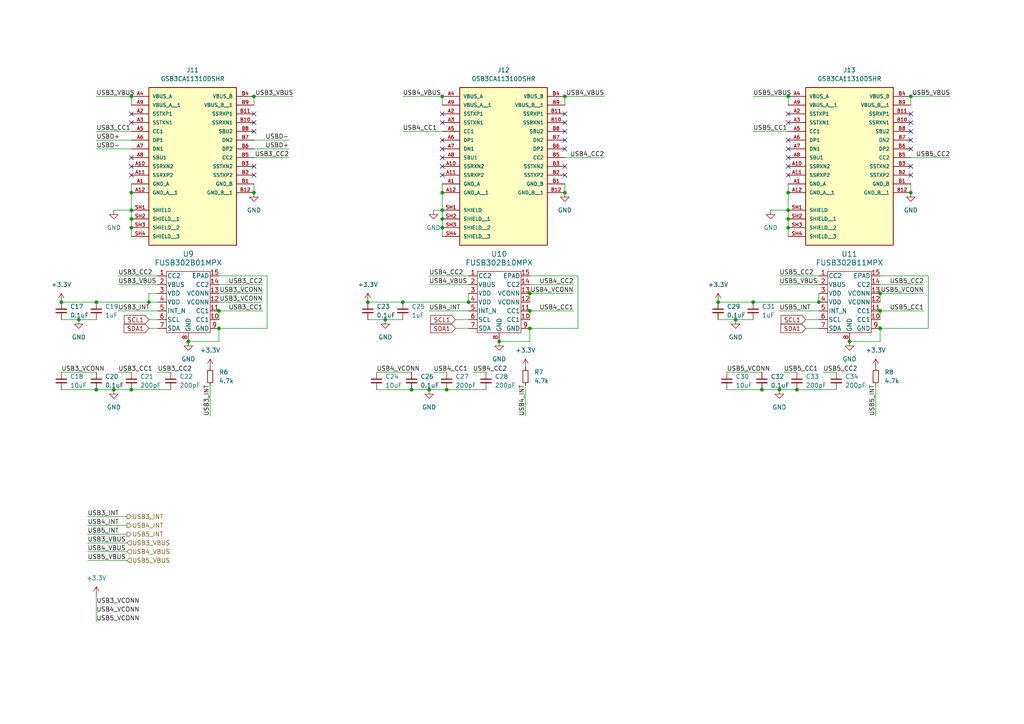
<source format=kicad_sch>
(kicad_sch
	(version 20250114)
	(generator "eeschema")
	(generator_version "9.0")
	(uuid "72d5d406-54e4-40c3-837f-ae2e1a9f80a3")
	(paper "A4")
	(title_block
		(title "USB Group 1")
		(date "2025-02-28")
		(rev "a")
	)
	(lib_symbols
		(symbol "Device:C_Small"
			(pin_numbers
				(hide yes)
			)
			(pin_names
				(offset 0.254)
				(hide yes)
			)
			(exclude_from_sim no)
			(in_bom yes)
			(on_board yes)
			(property "Reference" "C"
				(at 0.254 1.778 0)
				(effects
					(font
						(size 1.27 1.27)
					)
					(justify left)
				)
			)
			(property "Value" "C_Small"
				(at 0.254 -2.032 0)
				(effects
					(font
						(size 1.27 1.27)
					)
					(justify left)
				)
			)
			(property "Footprint" ""
				(at 0 0 0)
				(effects
					(font
						(size 1.27 1.27)
					)
					(hide yes)
				)
			)
			(property "Datasheet" "~"
				(at 0 0 0)
				(effects
					(font
						(size 1.27 1.27)
					)
					(hide yes)
				)
			)
			(property "Description" "Unpolarized capacitor, small symbol"
				(at 0 0 0)
				(effects
					(font
						(size 1.27 1.27)
					)
					(hide yes)
				)
			)
			(property "ki_keywords" "capacitor cap"
				(at 0 0 0)
				(effects
					(font
						(size 1.27 1.27)
					)
					(hide yes)
				)
			)
			(property "ki_fp_filters" "C_*"
				(at 0 0 0)
				(effects
					(font
						(size 1.27 1.27)
					)
					(hide yes)
				)
			)
			(symbol "C_Small_0_1"
				(polyline
					(pts
						(xy -1.524 0.508) (xy 1.524 0.508)
					)
					(stroke
						(width 0.3048)
						(type default)
					)
					(fill
						(type none)
					)
				)
				(polyline
					(pts
						(xy -1.524 -0.508) (xy 1.524 -0.508)
					)
					(stroke
						(width 0.3302)
						(type default)
					)
					(fill
						(type none)
					)
				)
			)
			(symbol "C_Small_1_1"
				(pin passive line
					(at 0 2.54 270)
					(length 2.032)
					(name "~"
						(effects
							(font
								(size 1.27 1.27)
							)
						)
					)
					(number "1"
						(effects
							(font
								(size 1.27 1.27)
							)
						)
					)
				)
				(pin passive line
					(at 0 -2.54 90)
					(length 2.032)
					(name "~"
						(effects
							(font
								(size 1.27 1.27)
							)
						)
					)
					(number "2"
						(effects
							(font
								(size 1.27 1.27)
							)
						)
					)
				)
			)
			(embedded_fonts no)
		)
		(symbol "Device:R_Small"
			(pin_numbers
				(hide yes)
			)
			(pin_names
				(offset 0.254)
				(hide yes)
			)
			(exclude_from_sim no)
			(in_bom yes)
			(on_board yes)
			(property "Reference" "R"
				(at 0.762 0.508 0)
				(effects
					(font
						(size 1.27 1.27)
					)
					(justify left)
				)
			)
			(property "Value" "R_Small"
				(at 0.762 -1.016 0)
				(effects
					(font
						(size 1.27 1.27)
					)
					(justify left)
				)
			)
			(property "Footprint" ""
				(at 0 0 0)
				(effects
					(font
						(size 1.27 1.27)
					)
					(hide yes)
				)
			)
			(property "Datasheet" "~"
				(at 0 0 0)
				(effects
					(font
						(size 1.27 1.27)
					)
					(hide yes)
				)
			)
			(property "Description" "Resistor, small symbol"
				(at 0 0 0)
				(effects
					(font
						(size 1.27 1.27)
					)
					(hide yes)
				)
			)
			(property "ki_keywords" "R resistor"
				(at 0 0 0)
				(effects
					(font
						(size 1.27 1.27)
					)
					(hide yes)
				)
			)
			(property "ki_fp_filters" "R_*"
				(at 0 0 0)
				(effects
					(font
						(size 1.27 1.27)
					)
					(hide yes)
				)
			)
			(symbol "R_Small_0_1"
				(rectangle
					(start -0.762 1.778)
					(end 0.762 -1.778)
					(stroke
						(width 0.2032)
						(type default)
					)
					(fill
						(type none)
					)
				)
			)
			(symbol "R_Small_1_1"
				(pin passive line
					(at 0 2.54 270)
					(length 0.762)
					(name "~"
						(effects
							(font
								(size 1.27 1.27)
							)
						)
					)
					(number "1"
						(effects
							(font
								(size 1.27 1.27)
							)
						)
					)
				)
				(pin passive line
					(at 0 -2.54 90)
					(length 0.762)
					(name "~"
						(effects
							(font
								(size 1.27 1.27)
							)
						)
					)
					(number "2"
						(effects
							(font
								(size 1.27 1.27)
							)
						)
					)
				)
			)
			(embedded_fonts no)
		)
		(symbol "FUSB302:FUSB302MPX"
			(pin_names
				(offset 0.254)
			)
			(exclude_from_sim no)
			(in_bom yes)
			(on_board yes)
			(property "Reference" "U"
				(at 12.954 4.826 0)
				(effects
					(font
						(size 1.524 1.524)
					)
				)
			)
			(property "Value" "FUSB302MPX"
				(at 13.97 2.794 0)
				(effects
					(font
						(size 1.524 1.524)
					)
				)
			)
			(property "Footprint" "FUSB302:MLP14_2P5X2P5_ONS"
				(at 0 0 0)
				(effects
					(font
						(size 1.27 1.27)
						(italic yes)
					)
					(hide yes)
				)
			)
			(property "Datasheet" "FUSB302MPX"
				(at 0 0 0)
				(effects
					(font
						(size 1.27 1.27)
						(italic yes)
					)
					(hide yes)
				)
			)
			(property "Description" ""
				(at 0 0 0)
				(effects
					(font
						(size 1.27 1.27)
					)
					(hide yes)
				)
			)
			(property "ki_keywords" "FUSB302MPX"
				(at 0 0 0)
				(effects
					(font
						(size 1.27 1.27)
					)
					(hide yes)
				)
			)
			(property "ki_fp_filters" "MLP14_2P5X2P5_ONS MLP14_2P5X2P5_ONS-M MLP14_2P5X2P5_ONS-L"
				(at 0 0 0)
				(effects
					(font
						(size 1.27 1.27)
					)
					(hide yes)
				)
			)
			(symbol "FUSB302MPX_0_1"
				(rectangle
					(start 7.62 1.27)
					(end 20.32 -16.51)
					(stroke
						(width 0)
						(type default)
					)
					(fill
						(type none)
					)
				)
				(pin bidirectional line
					(at 5.08 0 0)
					(length 2.54)
					(name "CC2"
						(effects
							(font
								(size 1.27 1.27)
							)
						)
					)
					(number "1"
						(effects
							(font
								(size 1.27 1.27)
							)
						)
					)
				)
				(pin unspecified line
					(at 5.08 -2.54 0)
					(length 2.54)
					(name "VBUS"
						(effects
							(font
								(size 1.27 1.27)
							)
						)
					)
					(number "2"
						(effects
							(font
								(size 1.27 1.27)
							)
						)
					)
				)
				(pin power_in line
					(at 5.08 -5.08 0)
					(length 2.54)
					(name "VDD"
						(effects
							(font
								(size 1.27 1.27)
							)
						)
					)
					(number "3"
						(effects
							(font
								(size 1.27 1.27)
							)
						)
					)
				)
				(pin power_in line
					(at 5.08 -7.62 0)
					(length 2.54)
					(name "VDD"
						(effects
							(font
								(size 1.27 1.27)
							)
						)
					)
					(number "4"
						(effects
							(font
								(size 1.27 1.27)
							)
						)
					)
				)
				(pin unspecified line
					(at 5.08 -10.16 0)
					(length 2.54)
					(name "INT_N"
						(effects
							(font
								(size 1.27 1.27)
							)
						)
					)
					(number "5"
						(effects
							(font
								(size 1.27 1.27)
							)
						)
					)
				)
				(pin unspecified line
					(at 5.08 -12.7 0)
					(length 2.54)
					(name "SCL"
						(effects
							(font
								(size 1.27 1.27)
							)
						)
					)
					(number "6"
						(effects
							(font
								(size 1.27 1.27)
							)
						)
					)
				)
				(pin unspecified line
					(at 5.08 -15.24 0)
					(length 2.54)
					(name "SDA"
						(effects
							(font
								(size 1.27 1.27)
							)
						)
					)
					(number "7"
						(effects
							(font
								(size 1.27 1.27)
							)
						)
					)
				)
				(pin power_out line
					(at 13.97 -19.05 90)
					(length 2.54)
					(name "GND"
						(effects
							(font
								(size 1.27 1.27)
							)
						)
					)
					(number "8"
						(effects
							(font
								(size 1.27 1.27)
							)
						)
					)
				)
				(pin unspecified line
					(at 22.86 0 180)
					(length 2.54)
					(name "EPAD"
						(effects
							(font
								(size 1.27 1.27)
							)
						)
					)
					(number "15"
						(effects
							(font
								(size 1.27 1.27)
							)
						)
					)
				)
				(pin bidirectional line
					(at 22.86 -2.54 180)
					(length 2.54)
					(name "CC2"
						(effects
							(font
								(size 1.27 1.27)
							)
						)
					)
					(number "14"
						(effects
							(font
								(size 1.27 1.27)
							)
						)
					)
				)
				(pin unspecified line
					(at 22.86 -5.08 180)
					(length 2.54)
					(name "VCONN"
						(effects
							(font
								(size 1.27 1.27)
							)
						)
					)
					(number "13"
						(effects
							(font
								(size 1.27 1.27)
							)
						)
					)
				)
				(pin unspecified line
					(at 22.86 -7.62 180)
					(length 2.54)
					(name "VCONN"
						(effects
							(font
								(size 1.27 1.27)
							)
						)
					)
					(number "12"
						(effects
							(font
								(size 1.27 1.27)
							)
						)
					)
				)
				(pin bidirectional line
					(at 22.86 -10.16 180)
					(length 2.54)
					(name "CC1"
						(effects
							(font
								(size 1.27 1.27)
							)
						)
					)
					(number "11"
						(effects
							(font
								(size 1.27 1.27)
							)
						)
					)
				)
				(pin bidirectional line
					(at 22.86 -12.7 180)
					(length 2.54)
					(name "CC1"
						(effects
							(font
								(size 1.27 1.27)
							)
						)
					)
					(number "10"
						(effects
							(font
								(size 1.27 1.27)
							)
						)
					)
				)
				(pin power_out line
					(at 22.86 -15.24 180)
					(length 2.54)
					(name "GND"
						(effects
							(font
								(size 1.27 1.27)
							)
						)
					)
					(number "9"
						(effects
							(font
								(size 1.27 1.27)
							)
						)
					)
				)
			)
			(embedded_fonts no)
		)
		(symbol "GSB3CA11310DSHR:GSB3CA11310DSHR"
			(pin_names
				(offset 1.016)
			)
			(exclude_from_sim no)
			(in_bom yes)
			(on_board yes)
			(property "Reference" "J"
				(at -12.7 16.002 0)
				(effects
					(font
						(size 1.27 1.27)
					)
					(justify left bottom)
				)
			)
			(property "Value" "GSB3CA11310DSHR"
				(at -12.7 -33.02 0)
				(effects
					(font
						(size 1.27 1.27)
					)
					(justify left bottom)
				)
			)
			(property "Footprint" "GSB3CA11310DSHR:AMPHENOL_GSB3CA11310DSHR"
				(at 0 0 0)
				(effects
					(font
						(size 1.27 1.27)
					)
					(justify bottom)
					(hide yes)
				)
			)
			(property "Datasheet" ""
				(at 0 0 0)
				(effects
					(font
						(size 1.27 1.27)
					)
					(hide yes)
				)
			)
			(property "Description" ""
				(at 0 0 0)
				(effects
					(font
						(size 1.27 1.27)
					)
					(hide yes)
				)
			)
			(property "PARTREV" "AX1"
				(at 0 0 0)
				(effects
					(font
						(size 1.27 1.27)
					)
					(justify bottom)
					(hide yes)
				)
			)
			(property "STANDARD" "Manufacturer Recommendations"
				(at 0 0 0)
				(effects
					(font
						(size 1.27 1.27)
					)
					(justify bottom)
					(hide yes)
				)
			)
			(property "MAXIMUM_PACKAGE_HEIGHT" "3.315mm"
				(at 0 0 0)
				(effects
					(font
						(size 1.27 1.27)
					)
					(justify bottom)
					(hide yes)
				)
			)
			(property "MANUFACTURER" "Amphenol"
				(at 0 0 0)
				(effects
					(font
						(size 1.27 1.27)
					)
					(justify bottom)
					(hide yes)
				)
			)
			(symbol "GSB3CA11310DSHR_0_0"
				(rectangle
					(start -12.7 -30.48)
					(end 12.7 15.24)
					(stroke
						(width 0.254)
						(type default)
					)
					(fill
						(type background)
					)
				)
				(pin power_in line
					(at -17.78 12.7 0)
					(length 5.08)
					(name "VBUS_A"
						(effects
							(font
								(size 1.016 1.016)
							)
						)
					)
					(number "A4"
						(effects
							(font
								(size 1.016 1.016)
							)
						)
					)
				)
				(pin power_in line
					(at -17.78 10.16 0)
					(length 5.08)
					(name "VBUS_A__1"
						(effects
							(font
								(size 1.016 1.016)
							)
						)
					)
					(number "A9"
						(effects
							(font
								(size 1.016 1.016)
							)
						)
					)
				)
				(pin bidirectional line
					(at -17.78 7.62 0)
					(length 5.08)
					(name "SSTXP1"
						(effects
							(font
								(size 1.016 1.016)
							)
						)
					)
					(number "A2"
						(effects
							(font
								(size 1.016 1.016)
							)
						)
					)
				)
				(pin bidirectional line
					(at -17.78 5.08 0)
					(length 5.08)
					(name "SSTXN1"
						(effects
							(font
								(size 1.016 1.016)
							)
						)
					)
					(number "A3"
						(effects
							(font
								(size 1.016 1.016)
							)
						)
					)
				)
				(pin bidirectional line
					(at -17.78 2.54 0)
					(length 5.08)
					(name "CC1"
						(effects
							(font
								(size 1.016 1.016)
							)
						)
					)
					(number "A5"
						(effects
							(font
								(size 1.016 1.016)
							)
						)
					)
				)
				(pin bidirectional line
					(at -17.78 0 0)
					(length 5.08)
					(name "DP1"
						(effects
							(font
								(size 1.016 1.016)
							)
						)
					)
					(number "A6"
						(effects
							(font
								(size 1.016 1.016)
							)
						)
					)
				)
				(pin bidirectional line
					(at -17.78 -2.54 0)
					(length 5.08)
					(name "DN1"
						(effects
							(font
								(size 1.016 1.016)
							)
						)
					)
					(number "A7"
						(effects
							(font
								(size 1.016 1.016)
							)
						)
					)
				)
				(pin bidirectional line
					(at -17.78 -5.08 0)
					(length 5.08)
					(name "SBU1"
						(effects
							(font
								(size 1.016 1.016)
							)
						)
					)
					(number "A8"
						(effects
							(font
								(size 1.016 1.016)
							)
						)
					)
				)
				(pin bidirectional line
					(at -17.78 -7.62 0)
					(length 5.08)
					(name "SSRXN2"
						(effects
							(font
								(size 1.016 1.016)
							)
						)
					)
					(number "A10"
						(effects
							(font
								(size 1.016 1.016)
							)
						)
					)
				)
				(pin bidirectional line
					(at -17.78 -10.16 0)
					(length 5.08)
					(name "SSRXP2"
						(effects
							(font
								(size 1.016 1.016)
							)
						)
					)
					(number "A11"
						(effects
							(font
								(size 1.016 1.016)
							)
						)
					)
				)
				(pin power_in line
					(at -17.78 -12.7 0)
					(length 5.08)
					(name "GND_A"
						(effects
							(font
								(size 1.016 1.016)
							)
						)
					)
					(number "A1"
						(effects
							(font
								(size 1.016 1.016)
							)
						)
					)
				)
				(pin power_in line
					(at -17.78 -15.24 0)
					(length 5.08)
					(name "GND_A__1"
						(effects
							(font
								(size 1.016 1.016)
							)
						)
					)
					(number "A12"
						(effects
							(font
								(size 1.016 1.016)
							)
						)
					)
				)
				(pin passive line
					(at -17.78 -20.32 0)
					(length 5.08)
					(name "SHIELD"
						(effects
							(font
								(size 1.016 1.016)
							)
						)
					)
					(number "SH1"
						(effects
							(font
								(size 1.016 1.016)
							)
						)
					)
				)
				(pin passive line
					(at -17.78 -22.86 0)
					(length 5.08)
					(name "SHIELD__1"
						(effects
							(font
								(size 1.016 1.016)
							)
						)
					)
					(number "SH2"
						(effects
							(font
								(size 1.016 1.016)
							)
						)
					)
				)
				(pin passive line
					(at -17.78 -25.4 0)
					(length 5.08)
					(name "SHIELD__2"
						(effects
							(font
								(size 1.016 1.016)
							)
						)
					)
					(number "SH3"
						(effects
							(font
								(size 1.016 1.016)
							)
						)
					)
				)
				(pin passive line
					(at -17.78 -27.94 0)
					(length 5.08)
					(name "SHIELD__3"
						(effects
							(font
								(size 1.016 1.016)
							)
						)
					)
					(number "SH4"
						(effects
							(font
								(size 1.016 1.016)
							)
						)
					)
				)
				(pin power_in line
					(at 17.78 12.7 180)
					(length 5.08)
					(name "VBUS_B"
						(effects
							(font
								(size 1.016 1.016)
							)
						)
					)
					(number "B4"
						(effects
							(font
								(size 1.016 1.016)
							)
						)
					)
				)
				(pin power_in line
					(at 17.78 10.16 180)
					(length 5.08)
					(name "VBUS_B__1"
						(effects
							(font
								(size 1.016 1.016)
							)
						)
					)
					(number "B9"
						(effects
							(font
								(size 1.016 1.016)
							)
						)
					)
				)
				(pin bidirectional line
					(at 17.78 7.62 180)
					(length 5.08)
					(name "SSRXP1"
						(effects
							(font
								(size 1.016 1.016)
							)
						)
					)
					(number "B11"
						(effects
							(font
								(size 1.016 1.016)
							)
						)
					)
				)
				(pin bidirectional line
					(at 17.78 5.08 180)
					(length 5.08)
					(name "SSRXN1"
						(effects
							(font
								(size 1.016 1.016)
							)
						)
					)
					(number "B10"
						(effects
							(font
								(size 1.016 1.016)
							)
						)
					)
				)
				(pin bidirectional line
					(at 17.78 2.54 180)
					(length 5.08)
					(name "SBU2"
						(effects
							(font
								(size 1.016 1.016)
							)
						)
					)
					(number "B8"
						(effects
							(font
								(size 1.016 1.016)
							)
						)
					)
				)
				(pin bidirectional line
					(at 17.78 0 180)
					(length 5.08)
					(name "DN2"
						(effects
							(font
								(size 1.016 1.016)
							)
						)
					)
					(number "B7"
						(effects
							(font
								(size 1.016 1.016)
							)
						)
					)
				)
				(pin bidirectional line
					(at 17.78 -2.54 180)
					(length 5.08)
					(name "DP2"
						(effects
							(font
								(size 1.016 1.016)
							)
						)
					)
					(number "B6"
						(effects
							(font
								(size 1.016 1.016)
							)
						)
					)
				)
				(pin bidirectional line
					(at 17.78 -5.08 180)
					(length 5.08)
					(name "CC2"
						(effects
							(font
								(size 1.016 1.016)
							)
						)
					)
					(number "B5"
						(effects
							(font
								(size 1.016 1.016)
							)
						)
					)
				)
				(pin bidirectional line
					(at 17.78 -7.62 180)
					(length 5.08)
					(name "SSTXN2"
						(effects
							(font
								(size 1.016 1.016)
							)
						)
					)
					(number "B3"
						(effects
							(font
								(size 1.016 1.016)
							)
						)
					)
				)
				(pin bidirectional line
					(at 17.78 -10.16 180)
					(length 5.08)
					(name "SSTXP2"
						(effects
							(font
								(size 1.016 1.016)
							)
						)
					)
					(number "B2"
						(effects
							(font
								(size 1.016 1.016)
							)
						)
					)
				)
				(pin power_in line
					(at 17.78 -12.7 180)
					(length 5.08)
					(name "GND_B"
						(effects
							(font
								(size 1.016 1.016)
							)
						)
					)
					(number "B1"
						(effects
							(font
								(size 1.016 1.016)
							)
						)
					)
				)
				(pin power_in line
					(at 17.78 -15.24 180)
					(length 5.08)
					(name "GND_B__1"
						(effects
							(font
								(size 1.016 1.016)
							)
						)
					)
					(number "B12"
						(effects
							(font
								(size 1.016 1.016)
							)
						)
					)
				)
			)
			(embedded_fonts no)
		)
		(symbol "power:+3.3V"
			(power)
			(pin_numbers
				(hide yes)
			)
			(pin_names
				(offset 0)
				(hide yes)
			)
			(exclude_from_sim no)
			(in_bom yes)
			(on_board yes)
			(property "Reference" "#PWR"
				(at 0 -3.81 0)
				(effects
					(font
						(size 1.27 1.27)
					)
					(hide yes)
				)
			)
			(property "Value" "+3.3V"
				(at 0 3.556 0)
				(effects
					(font
						(size 1.27 1.27)
					)
				)
			)
			(property "Footprint" ""
				(at 0 0 0)
				(effects
					(font
						(size 1.27 1.27)
					)
					(hide yes)
				)
			)
			(property "Datasheet" ""
				(at 0 0 0)
				(effects
					(font
						(size 1.27 1.27)
					)
					(hide yes)
				)
			)
			(property "Description" "Power symbol creates a global label with name \"+3.3V\""
				(at 0 0 0)
				(effects
					(font
						(size 1.27 1.27)
					)
					(hide yes)
				)
			)
			(property "ki_keywords" "global power"
				(at 0 0 0)
				(effects
					(font
						(size 1.27 1.27)
					)
					(hide yes)
				)
			)
			(symbol "+3.3V_0_1"
				(polyline
					(pts
						(xy -0.762 1.27) (xy 0 2.54)
					)
					(stroke
						(width 0)
						(type default)
					)
					(fill
						(type none)
					)
				)
				(polyline
					(pts
						(xy 0 2.54) (xy 0.762 1.27)
					)
					(stroke
						(width 0)
						(type default)
					)
					(fill
						(type none)
					)
				)
				(polyline
					(pts
						(xy 0 0) (xy 0 2.54)
					)
					(stroke
						(width 0)
						(type default)
					)
					(fill
						(type none)
					)
				)
			)
			(symbol "+3.3V_1_1"
				(pin power_in line
					(at 0 0 90)
					(length 0)
					(name "~"
						(effects
							(font
								(size 1.27 1.27)
							)
						)
					)
					(number "1"
						(effects
							(font
								(size 1.27 1.27)
							)
						)
					)
				)
			)
			(embedded_fonts no)
		)
		(symbol "power:GND"
			(power)
			(pin_numbers
				(hide yes)
			)
			(pin_names
				(offset 0)
				(hide yes)
			)
			(exclude_from_sim no)
			(in_bom yes)
			(on_board yes)
			(property "Reference" "#PWR"
				(at 0 -6.35 0)
				(effects
					(font
						(size 1.27 1.27)
					)
					(hide yes)
				)
			)
			(property "Value" "GND"
				(at 0 -3.81 0)
				(effects
					(font
						(size 1.27 1.27)
					)
				)
			)
			(property "Footprint" ""
				(at 0 0 0)
				(effects
					(font
						(size 1.27 1.27)
					)
					(hide yes)
				)
			)
			(property "Datasheet" ""
				(at 0 0 0)
				(effects
					(font
						(size 1.27 1.27)
					)
					(hide yes)
				)
			)
			(property "Description" "Power symbol creates a global label with name \"GND\" , ground"
				(at 0 0 0)
				(effects
					(font
						(size 1.27 1.27)
					)
					(hide yes)
				)
			)
			(property "ki_keywords" "global power"
				(at 0 0 0)
				(effects
					(font
						(size 1.27 1.27)
					)
					(hide yes)
				)
			)
			(symbol "GND_0_1"
				(polyline
					(pts
						(xy 0 0) (xy 0 -1.27) (xy 1.27 -1.27) (xy 0 -2.54) (xy -1.27 -1.27) (xy 0 -1.27)
					)
					(stroke
						(width 0)
						(type default)
					)
					(fill
						(type none)
					)
				)
			)
			(symbol "GND_1_1"
				(pin power_in line
					(at 0 0 270)
					(length 0)
					(name "~"
						(effects
							(font
								(size 1.27 1.27)
							)
						)
					)
					(number "1"
						(effects
							(font
								(size 1.27 1.27)
							)
						)
					)
				)
			)
			(embedded_fonts no)
		)
	)
	(junction
		(at 255.27 95.25)
		(diameter 0)
		(color 0 0 0 0)
		(uuid "014bb195-d8c0-4a86-ac3f-dc8c632478ef")
	)
	(junction
		(at 43.18 87.63)
		(diameter 0)
		(color 0 0 0 0)
		(uuid "015ee6a7-3787-46ed-a8c8-e69e9a91569b")
	)
	(junction
		(at 63.5 95.25)
		(diameter 0)
		(color 0 0 0 0)
		(uuid "038e8a81-b390-42d6-9205-802667f6feec")
	)
	(junction
		(at 54.61 99.06)
		(diameter 0)
		(color 0 0 0 0)
		(uuid "08c4bf45-891c-4bcf-bbfe-504f974083b2")
	)
	(junction
		(at 38.1 63.5)
		(diameter 0)
		(color 0 0 0 0)
		(uuid "10aa1402-88bf-4eef-8df7-df742aec7d83")
	)
	(junction
		(at 153.67 95.25)
		(diameter 0)
		(color 0 0 0 0)
		(uuid "18def98a-18ff-4ae4-a835-7ad438fa64a3")
	)
	(junction
		(at 106.68 87.63)
		(diameter 0)
		(color 0 0 0 0)
		(uuid "1a958cb5-a63c-48dc-99fd-cc9406e86bb4")
	)
	(junction
		(at 73.66 27.94)
		(diameter 0)
		(color 0 0 0 0)
		(uuid "1ad2fce6-8e14-4ecb-934c-f0feecd95f3d")
	)
	(junction
		(at 220.98 113.03)
		(diameter 0)
		(color 0 0 0 0)
		(uuid "3bd11d72-0be4-41a9-acf8-5ff6be52e80e")
	)
	(junction
		(at 226.06 113.03)
		(diameter 0)
		(color 0 0 0 0)
		(uuid "3c55c492-3dfc-4d6f-b231-26cbae69e9a2")
	)
	(junction
		(at 228.6 63.5)
		(diameter 0)
		(color 0 0 0 0)
		(uuid "3d912a18-cd50-4fbc-8bb7-730fd7332049")
	)
	(junction
		(at 38.1 113.03)
		(diameter 0)
		(color 0 0 0 0)
		(uuid "4086c495-e382-4871-9f06-2cc6c2e15a90")
	)
	(junction
		(at 38.1 60.96)
		(diameter 0)
		(color 0 0 0 0)
		(uuid "433d8786-7836-4a77-bd99-02b993a56329")
	)
	(junction
		(at 264.16 55.88)
		(diameter 0)
		(color 0 0 0 0)
		(uuid "4bc6fe26-3708-4357-9d2c-5779c946c777")
	)
	(junction
		(at 119.38 113.03)
		(diameter 0)
		(color 0 0 0 0)
		(uuid "4c50a9f8-d9e3-49c5-8caa-814d54b578b8")
	)
	(junction
		(at 27.94 113.03)
		(diameter 0)
		(color 0 0 0 0)
		(uuid "4f2dab39-c2ce-4a59-b96f-9a155006b748")
	)
	(junction
		(at 228.6 27.94)
		(diameter 0)
		(color 0 0 0 0)
		(uuid "50391b52-fc25-42d4-b189-e3b0060786d8")
	)
	(junction
		(at 264.16 27.94)
		(diameter 0)
		(color 0 0 0 0)
		(uuid "53208917-2f8c-4240-83ad-3d5c1fc6ad7a")
	)
	(junction
		(at 231.14 113.03)
		(diameter 0)
		(color 0 0 0 0)
		(uuid "5bc3db6b-2d88-4e2e-b6db-64c4d709b61b")
	)
	(junction
		(at 111.76 92.71)
		(diameter 0)
		(color 0 0 0 0)
		(uuid "60b3935d-79cb-45c6-8f05-2102aabc852b")
	)
	(junction
		(at 255.27 90.17)
		(diameter 0)
		(color 0 0 0 0)
		(uuid "67eaf622-d2d9-4022-ae1b-bece878f6fc3")
	)
	(junction
		(at 128.27 55.88)
		(diameter 0)
		(color 0 0 0 0)
		(uuid "681ab1e4-f308-49b7-b907-3395ffcb5861")
	)
	(junction
		(at 33.02 113.03)
		(diameter 0)
		(color 0 0 0 0)
		(uuid "6bd90d8a-90e6-464e-9acc-448c4bd759c3")
	)
	(junction
		(at 228.6 55.88)
		(diameter 0)
		(color 0 0 0 0)
		(uuid "72776916-5ae4-476d-876a-91865ddf5116")
	)
	(junction
		(at 228.6 60.96)
		(diameter 0)
		(color 0 0 0 0)
		(uuid "7f241cb9-30ff-40ae-99f2-1fbf928f8faf")
	)
	(junction
		(at 73.66 55.88)
		(diameter 0)
		(color 0 0 0 0)
		(uuid "8627d125-355a-48fb-b2f6-a40c5d45acef")
	)
	(junction
		(at 163.83 55.88)
		(diameter 0)
		(color 0 0 0 0)
		(uuid "86318da6-7310-4ab3-b794-3a60a7f0430e")
	)
	(junction
		(at 128.27 63.5)
		(diameter 0)
		(color 0 0 0 0)
		(uuid "8c44be0f-d23d-476f-9692-8fc6bd3e12fa")
	)
	(junction
		(at 128.27 60.96)
		(diameter 0)
		(color 0 0 0 0)
		(uuid "95cf44d4-c2c9-4997-8da5-fae350b5fb0c")
	)
	(junction
		(at 153.67 90.17)
		(diameter 0)
		(color 0 0 0 0)
		(uuid "a02f5fee-ee8e-49ab-aec3-5d05e1bb6f54")
	)
	(junction
		(at 208.28 87.63)
		(diameter 0)
		(color 0 0 0 0)
		(uuid "aae1779f-3b51-48b8-b2eb-17ed3224299d")
	)
	(junction
		(at 17.78 87.63)
		(diameter 0)
		(color 0 0 0 0)
		(uuid "acc2960c-ad33-44cc-961f-2f365af8479a")
	)
	(junction
		(at 237.49 87.63)
		(diameter 0)
		(color 0 0 0 0)
		(uuid "acd36c32-6139-47bc-bf36-510b85549a16")
	)
	(junction
		(at 116.84 87.63)
		(diameter 0)
		(color 0 0 0 0)
		(uuid "b68c3ee3-3ab7-4b09-90b0-30c5f7ba4da3")
	)
	(junction
		(at 27.94 87.63)
		(diameter 0)
		(color 0 0 0 0)
		(uuid "b8fceb34-1554-447e-92c7-e0e5e8638f49")
	)
	(junction
		(at 38.1 27.94)
		(diameter 0)
		(color 0 0 0 0)
		(uuid "c853cb8d-6797-404b-96ab-e2214f86b1b8")
	)
	(junction
		(at 129.54 113.03)
		(diameter 0)
		(color 0 0 0 0)
		(uuid "cb28aff7-f298-400c-adb7-a8507c6109de")
	)
	(junction
		(at 128.27 27.94)
		(diameter 0)
		(color 0 0 0 0)
		(uuid "d0cbca70-2a17-47a4-b781-2af858441f6b")
	)
	(junction
		(at 246.38 99.06)
		(diameter 0)
		(color 0 0 0 0)
		(uuid "d1d180bf-f0f8-48f3-b8ae-c3ef70ce0b23")
	)
	(junction
		(at 163.83 27.94)
		(diameter 0)
		(color 0 0 0 0)
		(uuid "d43a9666-1755-45fc-b677-ae2a1629c16d")
	)
	(junction
		(at 38.1 55.88)
		(diameter 0)
		(color 0 0 0 0)
		(uuid "d54b95c0-2f21-431b-b0d0-022c1d25fd09")
	)
	(junction
		(at 38.1 66.04)
		(diameter 0)
		(color 0 0 0 0)
		(uuid "d5f24f0c-be76-4153-8bb3-e684209ad40f")
	)
	(junction
		(at 218.44 87.63)
		(diameter 0)
		(color 0 0 0 0)
		(uuid "dcd843ac-abdf-4f56-b117-fc1c56093c0a")
	)
	(junction
		(at 144.78 99.06)
		(diameter 0)
		(color 0 0 0 0)
		(uuid "de47d12c-2de4-4c52-bf6d-f5d58c73aa7c")
	)
	(junction
		(at 213.36 92.71)
		(diameter 0)
		(color 0 0 0 0)
		(uuid "e1d07ef5-c1c6-4f28-8797-38873b52a3a0")
	)
	(junction
		(at 255.27 85.09)
		(diameter 0)
		(color 0 0 0 0)
		(uuid "e4abee80-5dfa-43c9-b6f1-e5ed980dbcbd")
	)
	(junction
		(at 63.5 90.17)
		(diameter 0)
		(color 0 0 0 0)
		(uuid "e5146c5a-8b11-48a1-99ef-d85b81d401d0")
	)
	(junction
		(at 128.27 66.04)
		(diameter 0)
		(color 0 0 0 0)
		(uuid "f0b67ff9-755d-4aa1-8158-b99c6da9b239")
	)
	(junction
		(at 228.6 66.04)
		(diameter 0)
		(color 0 0 0 0)
		(uuid "f11fdd17-7e0b-40f9-8f7d-0e15ae15532f")
	)
	(junction
		(at 135.89 87.63)
		(diameter 0)
		(color 0 0 0 0)
		(uuid "f528a1f9-eeb3-4cec-a35c-2b67a0bdad0b")
	)
	(junction
		(at 124.46 113.03)
		(diameter 0)
		(color 0 0 0 0)
		(uuid "f8a4993e-ace3-4dad-8d62-09d3ea5a7731")
	)
	(junction
		(at 153.67 85.09)
		(diameter 0)
		(color 0 0 0 0)
		(uuid "fd969856-0efb-4ffd-be87-2f9b8b14bcd6")
	)
	(junction
		(at 22.86 92.71)
		(diameter 0)
		(color 0 0 0 0)
		(uuid "fec68497-01bb-4d2a-b0c2-675616a76e92")
	)
	(no_connect
		(at 73.66 33.02)
		(uuid "0e1bea5c-d506-4684-bffd-0a6df916614e")
	)
	(no_connect
		(at 163.83 33.02)
		(uuid "12acf814-6ba2-4da6-97cb-fbfde1bcb390")
	)
	(no_connect
		(at 128.27 33.02)
		(uuid "17ce727c-cc25-4832-adf2-20dd315da480")
	)
	(no_connect
		(at 128.27 50.8)
		(uuid "2b01c99e-c59f-4eb6-b08b-5ff44639e925")
	)
	(no_connect
		(at 128.27 35.56)
		(uuid "3f07719c-977c-4fd0-8dd0-fe71aa3e2642")
	)
	(no_connect
		(at 163.83 38.1)
		(uuid "494d5b8c-b36f-45cb-843a-e0db7dd45e62")
	)
	(no_connect
		(at 264.16 33.02)
		(uuid "604c4213-bb66-4fea-ae4e-22115462c4b9")
	)
	(no_connect
		(at 128.27 40.64)
		(uuid "631c30fc-9b29-46d5-b676-7de05dc87f64")
	)
	(no_connect
		(at 128.27 43.18)
		(uuid "64b285d4-17c8-4a71-aca7-b47de7194d52")
	)
	(no_connect
		(at 163.83 50.8)
		(uuid "68ce9755-0a7d-492c-9285-87b90c1fdf20")
	)
	(no_connect
		(at 73.66 50.8)
		(uuid "6974f456-10c4-43ff-bdf2-ed2cfb06430c")
	)
	(no_connect
		(at 264.16 43.18)
		(uuid "6df33f86-cc42-4c6e-b588-6d188fbc38da")
	)
	(no_connect
		(at 128.27 45.72)
		(uuid "74ea4dda-0eff-48b5-8ebf-6f94d00189c4")
	)
	(no_connect
		(at 228.6 43.18)
		(uuid "7ac8defb-ac90-4d86-a0a4-0cf935814d10")
	)
	(no_connect
		(at 264.16 38.1)
		(uuid "80404f89-9d9a-428c-88e2-2d86fd46181d")
	)
	(no_connect
		(at 264.16 40.64)
		(uuid "8c1c9496-6534-4a29-86dd-af8b45e11efa")
	)
	(no_connect
		(at 38.1 35.56)
		(uuid "99ed4567-0920-4179-a539-9659cb149d57")
	)
	(no_connect
		(at 163.83 48.26)
		(uuid "a0bb2a6d-1750-439c-b750-c8b22c606074")
	)
	(no_connect
		(at 228.6 45.72)
		(uuid "a0def2cb-11e4-4fed-a250-2503a859bcf7")
	)
	(no_connect
		(at 38.1 33.02)
		(uuid "a6f98f96-1867-498d-b92a-127a7424729d")
	)
	(no_connect
		(at 228.6 35.56)
		(uuid "a8a87593-2e9d-4e6b-ad85-9c790e997f23")
	)
	(no_connect
		(at 264.16 50.8)
		(uuid "af4196c0-0fee-469e-9c34-7768e4401650")
	)
	(no_connect
		(at 264.16 35.56)
		(uuid "b6851243-09ce-42fc-a493-fc5898bfb572")
	)
	(no_connect
		(at 73.66 35.56)
		(uuid "be05314a-eb73-4284-a382-9a01d4afc4fa")
	)
	(no_connect
		(at 228.6 33.02)
		(uuid "bed060f6-e94f-4f77-92d6-60108d9148ce")
	)
	(no_connect
		(at 73.66 38.1)
		(uuid "bed25fba-3046-40d6-8805-4d29e56d9662")
	)
	(no_connect
		(at 128.27 48.26)
		(uuid "c0a1f1cd-6967-450b-8f22-7fc4a760c46b")
	)
	(no_connect
		(at 228.6 40.64)
		(uuid "c2fdc809-405a-402d-809c-52e26c3b365d")
	)
	(no_connect
		(at 228.6 50.8)
		(uuid "c5c42bb2-0f1b-4d8d-a39f-ebf0b373e64f")
	)
	(no_connect
		(at 38.1 48.26)
		(uuid "cfe27dab-d84d-49f0-bd5f-84ff8fc70a69")
	)
	(no_connect
		(at 73.66 48.26)
		(uuid "d638f323-bed5-4205-be71-c1661dafc882")
	)
	(no_connect
		(at 163.83 43.18)
		(uuid "d67fdeca-08a5-4330-983d-053616e6cc9c")
	)
	(no_connect
		(at 264.16 48.26)
		(uuid "d9258956-ba1e-45e1-aff3-b729d1d47501")
	)
	(no_connect
		(at 38.1 50.8)
		(uuid "da5b7270-3022-4aa4-b1ef-01c0e3ef65a0")
	)
	(no_connect
		(at 38.1 45.72)
		(uuid "db24e183-03ef-4b59-89bd-447dd5331955")
	)
	(no_connect
		(at 163.83 40.64)
		(uuid "dbb66fa1-20ee-4bf8-a0c2-1cee96fb056e")
	)
	(no_connect
		(at 228.6 48.26)
		(uuid "e2adc5be-0ee2-4235-ae3f-fa303108c528")
	)
	(no_connect
		(at 163.83 35.56)
		(uuid "f306a125-6c1c-4015-85f2-3ea903b21540")
	)
	(wire
		(pts
			(xy 233.68 92.71) (xy 237.49 92.71)
		)
		(stroke
			(width 0)
			(type default)
		)
		(uuid "00433c9e-a6ee-4b8e-b996-a34b73e33b15")
	)
	(wire
		(pts
			(xy 38.1 113.03) (xy 49.53 113.03)
		)
		(stroke
			(width 0)
			(type default)
		)
		(uuid "007cf744-2365-485d-9171-c0000f5a5098")
	)
	(wire
		(pts
			(xy 210.82 107.95) (xy 220.98 107.95)
		)
		(stroke
			(width 0)
			(type default)
		)
		(uuid "010a5c11-b2c7-4206-8a1f-2719cb66b4b7")
	)
	(wire
		(pts
			(xy 152.4 120.65) (xy 152.4 111.76)
		)
		(stroke
			(width 0)
			(type default)
		)
		(uuid "0673499c-b4a3-473b-b0c6-cd67b46885c6")
	)
	(wire
		(pts
			(xy 43.18 85.09) (xy 45.72 85.09)
		)
		(stroke
			(width 0)
			(type default)
		)
		(uuid "07842560-6f3f-4d38-bd41-fef4dcf4fb56")
	)
	(wire
		(pts
			(xy 27.94 87.63) (xy 43.18 87.63)
		)
		(stroke
			(width 0)
			(type default)
		)
		(uuid "08b9d032-8da2-4d4a-a7a9-0dbcec494fd7")
	)
	(wire
		(pts
			(xy 73.66 27.94) (xy 85.09 27.94)
		)
		(stroke
			(width 0)
			(type default)
		)
		(uuid "0b81b9ca-21c1-4b72-9b81-c0404750eced")
	)
	(wire
		(pts
			(xy 267.97 90.17) (xy 255.27 90.17)
		)
		(stroke
			(width 0)
			(type default)
		)
		(uuid "0ce1c213-aaf5-40e9-bdbd-7542bed85aa8")
	)
	(wire
		(pts
			(xy 83.82 43.18) (xy 73.66 43.18)
		)
		(stroke
			(width 0)
			(type default)
		)
		(uuid "10a249fd-ea27-426c-a5f7-351d31c1755c")
	)
	(wire
		(pts
			(xy 34.29 107.95) (xy 38.1 107.95)
		)
		(stroke
			(width 0)
			(type default)
		)
		(uuid "16268f2b-52c1-48f4-86d1-fdc79cebbc64")
	)
	(wire
		(pts
			(xy 45.72 107.95) (xy 49.53 107.95)
		)
		(stroke
			(width 0)
			(type default)
		)
		(uuid "1f640147-c679-4933-abd7-374c760508e8")
	)
	(wire
		(pts
			(xy 218.44 38.1) (xy 228.6 38.1)
		)
		(stroke
			(width 0)
			(type default)
		)
		(uuid "20a50067-8738-4ef8-819b-484857d60535")
	)
	(wire
		(pts
			(xy 125.73 107.95) (xy 129.54 107.95)
		)
		(stroke
			(width 0)
			(type default)
		)
		(uuid "21f3af40-c0b8-4125-a50e-d90d950a2177")
	)
	(wire
		(pts
			(xy 227.33 107.95) (xy 231.14 107.95)
		)
		(stroke
			(width 0)
			(type default)
		)
		(uuid "26ab2d98-23ca-4e73-a85a-7f7b119aca0e")
	)
	(wire
		(pts
			(xy 124.46 82.55) (xy 135.89 82.55)
		)
		(stroke
			(width 0)
			(type default)
		)
		(uuid "27559692-5558-4023-a432-a4b804e563a9")
	)
	(wire
		(pts
			(xy 116.84 87.63) (xy 135.89 87.63)
		)
		(stroke
			(width 0)
			(type default)
		)
		(uuid "2a7455c9-85a5-43d2-874a-b50c49290f12")
	)
	(wire
		(pts
			(xy 83.82 40.64) (xy 73.66 40.64)
		)
		(stroke
			(width 0)
			(type default)
		)
		(uuid "2b1e458d-eb15-477f-b291-d626f23ea30b")
	)
	(wire
		(pts
			(xy 27.94 40.64) (xy 38.1 40.64)
		)
		(stroke
			(width 0)
			(type default)
		)
		(uuid "2e21fa8a-a23d-4624-b9f5-4e645b0014ea")
	)
	(wire
		(pts
			(xy 267.97 82.55) (xy 255.27 82.55)
		)
		(stroke
			(width 0)
			(type default)
		)
		(uuid "332a4470-f3af-42ab-89d5-1bb548a374ee")
	)
	(wire
		(pts
			(xy 166.37 82.55) (xy 153.67 82.55)
		)
		(stroke
			(width 0)
			(type default)
		)
		(uuid "33d4b7e7-e34e-42a4-90b7-70e82c2457a6")
	)
	(wire
		(pts
			(xy 153.67 85.09) (xy 153.67 87.63)
		)
		(stroke
			(width 0)
			(type default)
		)
		(uuid "34331c2e-ee4f-42ec-9e12-55df8291ca49")
	)
	(wire
		(pts
			(xy 267.97 85.09) (xy 255.27 85.09)
		)
		(stroke
			(width 0)
			(type default)
		)
		(uuid "34c3d078-bfb1-44f5-bde2-fc9d29340af1")
	)
	(wire
		(pts
			(xy 175.26 45.72) (xy 163.83 45.72)
		)
		(stroke
			(width 0)
			(type default)
		)
		(uuid "35090204-ea33-4900-8589-6f37f9f0f7e5")
	)
	(wire
		(pts
			(xy 264.16 27.94) (xy 264.16 30.48)
		)
		(stroke
			(width 0)
			(type default)
		)
		(uuid "3876add7-351e-4593-8700-80a36d426bde")
	)
	(wire
		(pts
			(xy 17.78 87.63) (xy 27.94 87.63)
		)
		(stroke
			(width 0)
			(type default)
		)
		(uuid "39f9381d-c346-413d-9c44-dffd55a0ba50")
	)
	(wire
		(pts
			(xy 38.1 27.94) (xy 38.1 30.48)
		)
		(stroke
			(width 0)
			(type default)
		)
		(uuid "3ae5b981-93da-4ac9-b116-631afbc432be")
	)
	(wire
		(pts
			(xy 34.29 80.01) (xy 45.72 80.01)
		)
		(stroke
			(width 0)
			(type default)
		)
		(uuid "3c1547e1-cd10-45d7-9424-f7ce60cda8ee")
	)
	(wire
		(pts
			(xy 223.52 60.96) (xy 228.6 60.96)
		)
		(stroke
			(width 0)
			(type default)
		)
		(uuid "3f116bc1-3608-426c-9db9-fc7db2a75a30")
	)
	(wire
		(pts
			(xy 106.68 87.63) (xy 116.84 87.63)
		)
		(stroke
			(width 0)
			(type default)
		)
		(uuid "40ee7483-91ec-4b4f-9e21-e294cb00e350")
	)
	(wire
		(pts
			(xy 226.06 90.17) (xy 237.49 90.17)
		)
		(stroke
			(width 0)
			(type default)
		)
		(uuid "41c16052-0982-471d-a77e-94910a4dde86")
	)
	(wire
		(pts
			(xy 83.82 45.72) (xy 73.66 45.72)
		)
		(stroke
			(width 0)
			(type default)
		)
		(uuid "42e4ef07-6cb0-4364-87b0-eaf0aa17bf2e")
	)
	(wire
		(pts
			(xy 124.46 113.03) (xy 129.54 113.03)
		)
		(stroke
			(width 0)
			(type default)
		)
		(uuid "4524acd1-8c16-47b7-9a83-4098ef60b5ad")
	)
	(wire
		(pts
			(xy 38.1 53.34) (xy 38.1 55.88)
		)
		(stroke
			(width 0)
			(type default)
		)
		(uuid "45574c11-7684-4120-8d3d-a66275ee77d8")
	)
	(wire
		(pts
			(xy 167.64 95.25) (xy 167.64 80.01)
		)
		(stroke
			(width 0)
			(type default)
		)
		(uuid "45623732-a7bf-4792-84ff-c51406eccb06")
	)
	(wire
		(pts
			(xy 163.83 53.34) (xy 163.83 55.88)
		)
		(stroke
			(width 0)
			(type default)
		)
		(uuid "4862ce71-8783-4185-9e8e-dcbb42b49061")
	)
	(wire
		(pts
			(xy 27.94 38.1) (xy 38.1 38.1)
		)
		(stroke
			(width 0)
			(type default)
		)
		(uuid "4aa23270-515d-4374-a250-c6a3c0bb353d")
	)
	(wire
		(pts
			(xy 208.28 87.63) (xy 218.44 87.63)
		)
		(stroke
			(width 0)
			(type default)
		)
		(uuid "51b5a4b8-d202-4055-bea6-e9792b59a362")
	)
	(wire
		(pts
			(xy 210.82 113.03) (xy 220.98 113.03)
		)
		(stroke
			(width 0)
			(type default)
		)
		(uuid "51d60886-cbe7-4853-bf65-1b86cbfb2c2a")
	)
	(wire
		(pts
			(xy 275.59 27.94) (xy 264.16 27.94)
		)
		(stroke
			(width 0)
			(type default)
		)
		(uuid "53302a72-5e64-4469-89cb-7050dc075e07")
	)
	(wire
		(pts
			(xy 144.78 99.06) (xy 153.67 99.06)
		)
		(stroke
			(width 0)
			(type default)
		)
		(uuid "546c79eb-f2c6-4c34-9296-0d365222e557")
	)
	(wire
		(pts
			(xy 17.78 113.03) (xy 27.94 113.03)
		)
		(stroke
			(width 0)
			(type default)
		)
		(uuid "5840c100-2ad8-4687-af5a-ca1b1eb366f1")
	)
	(wire
		(pts
			(xy 43.18 87.63) (xy 43.18 85.09)
		)
		(stroke
			(width 0)
			(type default)
		)
		(uuid "59f2241e-0b5c-4c55-82e7-18581d617b48")
	)
	(wire
		(pts
			(xy 237.49 85.09) (xy 237.49 87.63)
		)
		(stroke
			(width 0)
			(type default)
		)
		(uuid "5ae93e03-2651-4194-9688-c3c43bc0ed4d")
	)
	(wire
		(pts
			(xy 111.76 92.71) (xy 116.84 92.71)
		)
		(stroke
			(width 0)
			(type default)
		)
		(uuid "5be5386c-08f3-41e9-bcb6-bc0e2571899f")
	)
	(wire
		(pts
			(xy 226.06 82.55) (xy 237.49 82.55)
		)
		(stroke
			(width 0)
			(type default)
		)
		(uuid "5c84d1dd-54d9-43e3-aa83-f17ba06765cd")
	)
	(wire
		(pts
			(xy 231.14 113.03) (xy 242.57 113.03)
		)
		(stroke
			(width 0)
			(type default)
		)
		(uuid "5f44c8f3-70d2-46ea-912d-1cc88768c6a9")
	)
	(wire
		(pts
			(xy 25.4 160.02) (xy 36.83 160.02)
		)
		(stroke
			(width 0)
			(type default)
		)
		(uuid "60c0356c-fd1d-403d-9c76-3b0bdc67c230")
	)
	(wire
		(pts
			(xy 73.66 27.94) (xy 73.66 30.48)
		)
		(stroke
			(width 0)
			(type default)
		)
		(uuid "63b90b95-6e4c-4782-8d2f-44dbffd3fb08")
	)
	(wire
		(pts
			(xy 63.5 90.17) (xy 76.2 90.17)
		)
		(stroke
			(width 0)
			(type default)
		)
		(uuid "69137fab-e161-4bd0-b6fb-494b22548bf1")
	)
	(wire
		(pts
			(xy 109.22 113.03) (xy 119.38 113.03)
		)
		(stroke
			(width 0)
			(type default)
		)
		(uuid "6c8750ec-81c3-4b29-a095-e3362127eae2")
	)
	(wire
		(pts
			(xy 228.6 53.34) (xy 228.6 55.88)
		)
		(stroke
			(width 0)
			(type default)
		)
		(uuid "6c9f39f7-847c-4c9e-abb9-d20dbcb0d31a")
	)
	(wire
		(pts
			(xy 109.22 107.95) (xy 119.38 107.95)
		)
		(stroke
			(width 0)
			(type default)
		)
		(uuid "6e8fa135-b22e-44e6-8a58-947695feaf83")
	)
	(wire
		(pts
			(xy 163.83 27.94) (xy 175.26 27.94)
		)
		(stroke
			(width 0)
			(type default)
		)
		(uuid "6ed9c405-d927-4cc5-8e4f-36b1423b1e14")
	)
	(wire
		(pts
			(xy 213.36 92.71) (xy 218.44 92.71)
		)
		(stroke
			(width 0)
			(type default)
		)
		(uuid "6ee5294a-9968-47e2-98b4-0d9aa921973a")
	)
	(wire
		(pts
			(xy 275.59 45.72) (xy 264.16 45.72)
		)
		(stroke
			(width 0)
			(type default)
		)
		(uuid "6f6a4dd1-3b20-4ab7-a74b-1dd1e0458726")
	)
	(wire
		(pts
			(xy 33.02 113.03) (xy 27.94 113.03)
		)
		(stroke
			(width 0)
			(type default)
		)
		(uuid "701caac8-dbe1-45a0-8919-227a2dc5884e")
	)
	(wire
		(pts
			(xy 228.6 60.96) (xy 228.6 63.5)
		)
		(stroke
			(width 0)
			(type default)
		)
		(uuid "7136a8cf-f63b-49da-a876-5c2ec6d3ae1e")
	)
	(wire
		(pts
			(xy 76.2 85.09) (xy 63.5 85.09)
		)
		(stroke
			(width 0)
			(type default)
		)
		(uuid "742e5786-cdda-4005-b41d-ab1e3fb5d2d9")
	)
	(wire
		(pts
			(xy 238.76 107.95) (xy 242.57 107.95)
		)
		(stroke
			(width 0)
			(type default)
		)
		(uuid "7443f6cd-f661-4455-99fd-33b9d120087a")
	)
	(wire
		(pts
			(xy 25.4 157.48) (xy 36.83 157.48)
		)
		(stroke
			(width 0)
			(type default)
		)
		(uuid "767487d3-769f-4514-9d34-fecfa6c0046a")
	)
	(wire
		(pts
			(xy 25.4 149.86) (xy 36.83 149.86)
		)
		(stroke
			(width 0)
			(type default)
		)
		(uuid "790fc6c3-8214-4f50-b6ee-a79bd8d2777d")
	)
	(wire
		(pts
			(xy 228.6 55.88) (xy 228.6 60.96)
		)
		(stroke
			(width 0)
			(type default)
		)
		(uuid "7a1bc1cd-3b1e-4b09-8280-ddb8085fa90d")
	)
	(wire
		(pts
			(xy 226.06 80.01) (xy 237.49 80.01)
		)
		(stroke
			(width 0)
			(type default)
		)
		(uuid "7fd40e1a-6432-4840-b0f4-4736634b18c1")
	)
	(wire
		(pts
			(xy 255.27 85.09) (xy 255.27 87.63)
		)
		(stroke
			(width 0)
			(type default)
		)
		(uuid "81778253-eaf4-4784-9d6c-10c05138420b")
	)
	(wire
		(pts
			(xy 77.47 80.01) (xy 77.47 95.25)
		)
		(stroke
			(width 0)
			(type default)
		)
		(uuid "82a607dc-f20f-40d6-9017-35591d51bd40")
	)
	(wire
		(pts
			(xy 125.73 60.96) (xy 128.27 60.96)
		)
		(stroke
			(width 0)
			(type default)
		)
		(uuid "853156af-b3ae-4654-a299-3dee5b4e4103")
	)
	(wire
		(pts
			(xy 269.24 95.25) (xy 269.24 80.01)
		)
		(stroke
			(width 0)
			(type default)
		)
		(uuid "86614f23-7e24-45f9-9f2d-232ed1499e44")
	)
	(wire
		(pts
			(xy 153.67 95.25) (xy 167.64 95.25)
		)
		(stroke
			(width 0)
			(type default)
		)
		(uuid "8a6e1237-5666-49d7-80d0-1b0e2a30ac7b")
	)
	(wire
		(pts
			(xy 63.5 95.25) (xy 63.5 99.06)
		)
		(stroke
			(width 0)
			(type default)
		)
		(uuid "8acc8ffa-cdbe-47df-8862-aa310b5dc340")
	)
	(wire
		(pts
			(xy 60.96 120.65) (xy 60.96 111.76)
		)
		(stroke
			(width 0)
			(type default)
		)
		(uuid "8b6bdd70-6048-4778-8a26-d2b87a45e8bf")
	)
	(wire
		(pts
			(xy 43.18 92.71) (xy 45.72 92.71)
		)
		(stroke
			(width 0)
			(type default)
		)
		(uuid "8bf2ef32-0d22-46f5-bcab-a0ea8adda6d6")
	)
	(wire
		(pts
			(xy 33.02 60.96) (xy 38.1 60.96)
		)
		(stroke
			(width 0)
			(type default)
		)
		(uuid "8d2ce6e3-9b68-418f-844c-71147a519ed1")
	)
	(wire
		(pts
			(xy 25.4 154.94) (xy 36.83 154.94)
		)
		(stroke
			(width 0)
			(type default)
		)
		(uuid "8f158d53-17bc-415b-a912-7e362cdcd833")
	)
	(wire
		(pts
			(xy 38.1 55.88) (xy 38.1 60.96)
		)
		(stroke
			(width 0)
			(type default)
		)
		(uuid "9010956b-c2cd-4eff-9a3d-b107087c5e2d")
	)
	(wire
		(pts
			(xy 132.08 92.71) (xy 135.89 92.71)
		)
		(stroke
			(width 0)
			(type default)
		)
		(uuid "9307832a-c26f-428c-a9b9-85f181df3435")
	)
	(wire
		(pts
			(xy 226.06 113.03) (xy 220.98 113.03)
		)
		(stroke
			(width 0)
			(type default)
		)
		(uuid "9372e198-4449-4f0e-a4d1-c7aa8d3412e4")
	)
	(wire
		(pts
			(xy 124.46 80.01) (xy 135.89 80.01)
		)
		(stroke
			(width 0)
			(type default)
		)
		(uuid "94f5c76f-dec1-4661-a96d-2e017157e70b")
	)
	(wire
		(pts
			(xy 124.46 90.17) (xy 135.89 90.17)
		)
		(stroke
			(width 0)
			(type default)
		)
		(uuid "97c1f21d-4fca-4825-a83d-e1d57710ad2e")
	)
	(wire
		(pts
			(xy 34.29 90.17) (xy 45.72 90.17)
		)
		(stroke
			(width 0)
			(type default)
		)
		(uuid "98acfc0e-f409-4abf-aa3e-42aa5ce1d30b")
	)
	(wire
		(pts
			(xy 137.16 107.95) (xy 140.97 107.95)
		)
		(stroke
			(width 0)
			(type default)
		)
		(uuid "98cbfeda-f0a7-4c53-97e5-bac4686a99cf")
	)
	(wire
		(pts
			(xy 38.1 63.5) (xy 38.1 66.04)
		)
		(stroke
			(width 0)
			(type default)
		)
		(uuid "9a1b06f5-6d89-4b69-ab6b-c57da49e302b")
	)
	(wire
		(pts
			(xy 106.68 92.71) (xy 111.76 92.71)
		)
		(stroke
			(width 0)
			(type default)
		)
		(uuid "9f612655-64f6-4837-bbcf-ed1913bb8202")
	)
	(wire
		(pts
			(xy 25.4 152.4) (xy 36.83 152.4)
		)
		(stroke
			(width 0)
			(type default)
		)
		(uuid "a0bbc062-af99-46c9-9a7e-363c0d2d2f43")
	)
	(wire
		(pts
			(xy 17.78 107.95) (xy 27.94 107.95)
		)
		(stroke
			(width 0)
			(type default)
		)
		(uuid "a2280162-a1ec-459e-9ab5-c97e8f512412")
	)
	(wire
		(pts
			(xy 34.29 82.55) (xy 45.72 82.55)
		)
		(stroke
			(width 0)
			(type default)
		)
		(uuid "a25f5371-d7dc-460d-9aa5-5ea246732a40")
	)
	(wire
		(pts
			(xy 167.64 80.01) (xy 153.67 80.01)
		)
		(stroke
			(width 0)
			(type default)
		)
		(uuid "a2d21a0a-89fb-433c-840a-e25e43c89112")
	)
	(wire
		(pts
			(xy 128.27 66.04) (xy 128.27 68.58)
		)
		(stroke
			(width 0)
			(type default)
		)
		(uuid "a2ec9cef-3d7d-424d-8bcc-30e24e2bda4c")
	)
	(wire
		(pts
			(xy 27.94 43.18) (xy 38.1 43.18)
		)
		(stroke
			(width 0)
			(type default)
		)
		(uuid "a4cf0e29-3276-4807-936f-53291c9919f1")
	)
	(wire
		(pts
			(xy 76.2 87.63) (xy 63.5 87.63)
		)
		(stroke
			(width 0)
			(type default)
		)
		(uuid "a706fa87-6e61-4c8e-9d77-8f78e7b3428c")
	)
	(wire
		(pts
			(xy 246.38 99.06) (xy 255.27 99.06)
		)
		(stroke
			(width 0)
			(type default)
		)
		(uuid "ab08829e-1b03-413e-92d4-6fe3a02025d4")
	)
	(wire
		(pts
			(xy 27.94 27.94) (xy 38.1 27.94)
		)
		(stroke
			(width 0)
			(type default)
		)
		(uuid "afa1db54-9a62-409a-a5ed-d3657b0be3c6")
	)
	(wire
		(pts
			(xy 63.5 90.17) (xy 63.5 92.71)
		)
		(stroke
			(width 0)
			(type default)
		)
		(uuid "b0ef32e2-b894-4a19-b393-758b77b9df98")
	)
	(wire
		(pts
			(xy 218.44 27.94) (xy 228.6 27.94)
		)
		(stroke
			(width 0)
			(type default)
		)
		(uuid "b14af16a-0ec1-4c1c-b812-ac3c18fabc61")
	)
	(wire
		(pts
			(xy 38.1 66.04) (xy 38.1 68.58)
		)
		(stroke
			(width 0)
			(type default)
		)
		(uuid "b1b0bda1-cbe5-431a-9ce7-f78155477b6b")
	)
	(wire
		(pts
			(xy 128.27 27.94) (xy 128.27 30.48)
		)
		(stroke
			(width 0)
			(type default)
		)
		(uuid "b388e2e5-4fed-4fe0-946c-1dac555a343a")
	)
	(wire
		(pts
			(xy 163.83 30.48) (xy 163.83 27.94)
		)
		(stroke
			(width 0)
			(type default)
		)
		(uuid "b60ec8b0-c53d-421d-987e-599ff6d26a8a")
	)
	(wire
		(pts
			(xy 77.47 95.25) (xy 63.5 95.25)
		)
		(stroke
			(width 0)
			(type default)
		)
		(uuid "bb3a9f53-3d62-4f3f-842e-950f72739649")
	)
	(wire
		(pts
			(xy 153.67 99.06) (xy 153.67 95.25)
		)
		(stroke
			(width 0)
			(type default)
		)
		(uuid "bb530eec-5e9c-4301-9cc2-5c58257de3f8")
	)
	(wire
		(pts
			(xy 63.5 80.01) (xy 77.47 80.01)
		)
		(stroke
			(width 0)
			(type default)
		)
		(uuid "bca2ab74-6758-4ea1-88cf-5f8f60049a2f")
	)
	(wire
		(pts
			(xy 129.54 113.03) (xy 140.97 113.03)
		)
		(stroke
			(width 0)
			(type default)
		)
		(uuid "be59e18b-da67-4a94-a993-b9fb9205ce19")
	)
	(wire
		(pts
			(xy 255.27 99.06) (xy 255.27 95.25)
		)
		(stroke
			(width 0)
			(type default)
		)
		(uuid "be72dc20-f2f5-40bc-b1a3-566729655181")
	)
	(wire
		(pts
			(xy 25.4 162.56) (xy 36.83 162.56)
		)
		(stroke
			(width 0)
			(type default)
		)
		(uuid "c0a9d175-5b5e-47d7-8c27-1515d8cdfb47")
	)
	(wire
		(pts
			(xy 132.08 95.25) (xy 135.89 95.25)
		)
		(stroke
			(width 0)
			(type default)
		)
		(uuid "c27c4fce-8068-4e6a-ad06-ec323ef31f3e")
	)
	(wire
		(pts
			(xy 135.89 85.09) (xy 135.89 87.63)
		)
		(stroke
			(width 0)
			(type default)
		)
		(uuid "c295f8b7-44c7-4219-b1cf-6321ca098246")
	)
	(wire
		(pts
			(xy 128.27 55.88) (xy 128.27 60.96)
		)
		(stroke
			(width 0)
			(type default)
		)
		(uuid "c6f9908e-48f4-4336-a438-722c1c3b8d2a")
	)
	(wire
		(pts
			(xy 128.27 63.5) (xy 128.27 66.04)
		)
		(stroke
			(width 0)
			(type default)
		)
		(uuid "cf8c900a-caa0-4c3c-b5df-937e35b0168f")
	)
	(wire
		(pts
			(xy 228.6 66.04) (xy 228.6 68.58)
		)
		(stroke
			(width 0)
			(type default)
		)
		(uuid "d1d0d6e9-dea5-410c-b4c8-cf94a0ae59f3")
	)
	(wire
		(pts
			(xy 264.16 53.34) (xy 264.16 55.88)
		)
		(stroke
			(width 0)
			(type default)
		)
		(uuid "d239b9a3-c05d-433c-891c-a3be3d827087")
	)
	(wire
		(pts
			(xy 255.27 95.25) (xy 269.24 95.25)
		)
		(stroke
			(width 0)
			(type default)
		)
		(uuid "d62fb726-ae0c-4d36-af51-3f85a518794e")
	)
	(wire
		(pts
			(xy 233.68 95.25) (xy 237.49 95.25)
		)
		(stroke
			(width 0)
			(type default)
		)
		(uuid "d749b4fd-1b0c-4187-93df-92160faf1ead")
	)
	(wire
		(pts
			(xy 269.24 80.01) (xy 255.27 80.01)
		)
		(stroke
			(width 0)
			(type default)
		)
		(uuid "d9d3ea61-a607-4ec8-ae03-4531be17dca4")
	)
	(wire
		(pts
			(xy 45.72 87.63) (xy 43.18 87.63)
		)
		(stroke
			(width 0)
			(type default)
		)
		(uuid "d9f32fc9-fc66-4572-a626-1c2e2c10117b")
	)
	(wire
		(pts
			(xy 254 120.65) (xy 254 111.76)
		)
		(stroke
			(width 0)
			(type default)
		)
		(uuid "da04a4dd-ca2b-4727-a259-d77cfde1ec27")
	)
	(wire
		(pts
			(xy 255.27 90.17) (xy 255.27 92.71)
		)
		(stroke
			(width 0)
			(type default)
		)
		(uuid "da0a252f-f5d7-4baa-9235-f7bfe4a1a724")
	)
	(wire
		(pts
			(xy 226.06 113.03) (xy 231.14 113.03)
		)
		(stroke
			(width 0)
			(type default)
		)
		(uuid "da0ef995-d698-4ca4-a3c4-459bf8224dba")
	)
	(wire
		(pts
			(xy 124.46 113.03) (xy 119.38 113.03)
		)
		(stroke
			(width 0)
			(type default)
		)
		(uuid "dae44efa-0acb-4448-8188-775946d2ac3d")
	)
	(wire
		(pts
			(xy 228.6 27.94) (xy 228.6 30.48)
		)
		(stroke
			(width 0)
			(type default)
		)
		(uuid "de32e2fc-6295-4ace-9b97-f31e5a2cad0b")
	)
	(wire
		(pts
			(xy 166.37 90.17) (xy 153.67 90.17)
		)
		(stroke
			(width 0)
			(type default)
		)
		(uuid "e2bdffb8-8a4c-4c7f-9dd0-4a9396457bce")
	)
	(wire
		(pts
			(xy 116.84 38.1) (xy 128.27 38.1)
		)
		(stroke
			(width 0)
			(type default)
		)
		(uuid "e3e6f5c0-2b8f-4c7e-bd69-5802b6cbb9be")
	)
	(wire
		(pts
			(xy 43.18 95.25) (xy 45.72 95.25)
		)
		(stroke
			(width 0)
			(type default)
		)
		(uuid "e81bd12a-7f2d-4caf-87d5-80e7517001c6")
	)
	(wire
		(pts
			(xy 22.86 92.71) (xy 27.94 92.71)
		)
		(stroke
			(width 0)
			(type default)
		)
		(uuid "e8a627b6-5e39-4215-801c-fda08d470f78")
	)
	(wire
		(pts
			(xy 116.84 27.94) (xy 128.27 27.94)
		)
		(stroke
			(width 0)
			(type default)
		)
		(uuid "e8b61753-52b7-4329-a935-d65db810db07")
	)
	(wire
		(pts
			(xy 128.27 53.34) (xy 128.27 55.88)
		)
		(stroke
			(width 0)
			(type default)
		)
		(uuid "ea57f3e7-257b-4261-b16a-208b1c780f6f")
	)
	(wire
		(pts
			(xy 166.37 85.09) (xy 153.67 85.09)
		)
		(stroke
			(width 0)
			(type default)
		)
		(uuid "eafa3448-eeaf-4293-b06d-2c5997176d49")
	)
	(wire
		(pts
			(xy 128.27 60.96) (xy 128.27 63.5)
		)
		(stroke
			(width 0)
			(type default)
		)
		(uuid "eeaff880-5704-45ea-95fd-c40490d00ff7")
	)
	(wire
		(pts
			(xy 63.5 99.06) (xy 54.61 99.06)
		)
		(stroke
			(width 0)
			(type default)
		)
		(uuid "ef083883-5802-423b-b03f-4dd715124e1c")
	)
	(wire
		(pts
			(xy 38.1 60.96) (xy 38.1 63.5)
		)
		(stroke
			(width 0)
			(type default)
		)
		(uuid "f0904514-98ce-42c9-9bd2-067ef3393935")
	)
	(wire
		(pts
			(xy 27.94 172.72) (xy 27.94 180.34)
		)
		(stroke
			(width 0)
			(type default)
		)
		(uuid "f33de98d-79c0-4084-a3d8-8d8e0af58d49")
	)
	(wire
		(pts
			(xy 218.44 87.63) (xy 237.49 87.63)
		)
		(stroke
			(width 0)
			(type default)
		)
		(uuid "f38107dd-9666-479b-aaed-8b2735a89e9f")
	)
	(wire
		(pts
			(xy 228.6 63.5) (xy 228.6 66.04)
		)
		(stroke
			(width 0)
			(type default)
		)
		(uuid "f7ccea84-4e04-4132-89d8-b800bfbff4dd")
	)
	(wire
		(pts
			(xy 33.02 113.03) (xy 38.1 113.03)
		)
		(stroke
			(width 0)
			(type default)
		)
		(uuid "fa6336ae-966e-441e-bcf3-dbbbb3e053e3")
	)
	(wire
		(pts
			(xy 17.78 92.71) (xy 22.86 92.71)
		)
		(stroke
			(width 0)
			(type default)
		)
		(uuid "fb206ee4-746c-4c77-8503-180bf644d706")
	)
	(wire
		(pts
			(xy 208.28 92.71) (xy 213.36 92.71)
		)
		(stroke
			(width 0)
			(type default)
		)
		(uuid "fc4d71d7-c129-4ecb-9eb0-ef643acd5a60")
	)
	(wire
		(pts
			(xy 153.67 90.17) (xy 153.67 92.71)
		)
		(stroke
			(width 0)
			(type default)
		)
		(uuid "fe055671-4a34-40fb-ac9f-32c093d4047b")
	)
	(wire
		(pts
			(xy 76.2 82.55) (xy 63.5 82.55)
		)
		(stroke
			(width 0)
			(type default)
		)
		(uuid "fe4a5a63-4085-4ac9-b0df-03e366582533")
	)
	(wire
		(pts
			(xy 73.66 53.34) (xy 73.66 55.88)
		)
		(stroke
			(width 0)
			(type default)
		)
		(uuid "ff28c863-4044-4a78-b2d2-c9be148b77d0")
	)
	(label "USB3_CC1"
		(at 76.2 90.17 180)
		(effects
			(font
				(size 1.27 1.27)
			)
			(justify right bottom)
		)
		(uuid "110844a3-40e5-4deb-a29b-2353ae0fb5c2")
	)
	(label "USB4_CC1"
		(at 166.37 90.17 180)
		(effects
			(font
				(size 1.27 1.27)
			)
			(justify right bottom)
		)
		(uuid "15e86518-a2a4-4f9a-954f-7c2244770c52")
	)
	(label "USB5_CC2"
		(at 267.97 82.55 180)
		(effects
			(font
				(size 1.27 1.27)
			)
			(justify right bottom)
		)
		(uuid "1f676278-bda0-4a95-86d5-aa74c7822165")
	)
	(label "USB3_VBUS"
		(at 25.4 157.48 0)
		(effects
			(font
				(size 1.27 1.27)
			)
			(justify left bottom)
		)
		(uuid "235f5bc5-c4a8-4f59-aa96-7dbe96257212")
	)
	(label "USB3_VBUS"
		(at 85.09 27.94 180)
		(effects
			(font
				(size 1.27 1.27)
			)
			(justify right bottom)
		)
		(uuid "25849fcb-8a6b-4d1f-b6e2-d8d6cac2588b")
	)
	(label "USB3_CC2"
		(at 76.2 82.55 180)
		(effects
			(font
				(size 1.27 1.27)
			)
			(justify right bottom)
		)
		(uuid "2964acb3-06af-4c37-8f6d-b4569be08852")
	)
	(label "USB4_INT"
		(at 152.4 120.65 90)
		(effects
			(font
				(size 1.27 1.27)
			)
			(justify left bottom)
		)
		(uuid "2e134547-e1e6-4d0a-99dc-ae1adea1a506")
	)
	(label "USB4_CC2"
		(at 124.46 80.01 0)
		(effects
			(font
				(size 1.27 1.27)
			)
			(justify left bottom)
		)
		(uuid "351890c7-5003-4d06-a9d7-cd5d8bc841b2")
	)
	(label "USB5_CC1"
		(at 227.33 107.95 0)
		(effects
			(font
				(size 1.27 1.27)
			)
			(justify left bottom)
		)
		(uuid "36d3fe6e-9889-41bc-959d-5b76f0185c5b")
	)
	(label "USB3_VBUS"
		(at 34.29 82.55 0)
		(effects
			(font
				(size 1.27 1.27)
			)
			(justify left bottom)
		)
		(uuid "3d48f16f-c9da-4f55-8161-45baaa3cac21")
	)
	(label "USB5_CC2"
		(at 275.59 45.72 180)
		(effects
			(font
				(size 1.27 1.27)
			)
			(justify right bottom)
		)
		(uuid "402c4412-e7a6-4976-8ac8-1040d629f849")
	)
	(label "USB3_INT"
		(at 60.96 120.65 90)
		(effects
			(font
				(size 1.27 1.27)
			)
			(justify left bottom)
		)
		(uuid "437f7aff-249d-424f-a4ce-f889e2b4394f")
	)
	(label "USB3_CC1"
		(at 34.29 107.95 0)
		(effects
			(font
				(size 1.27 1.27)
			)
			(justify left bottom)
		)
		(uuid "47d276d1-a1ef-4ce3-bd3c-e8be344a8b6e")
	)
	(label "USB3_VCONN"
		(at 76.2 87.63 180)
		(effects
			(font
				(size 1.27 1.27)
			)
			(justify right bottom)
		)
		(uuid "51990d8a-4bd0-4cd8-b454-565724d8b58e")
	)
	(label "USB4_VCONN"
		(at 166.37 85.09 180)
		(effects
			(font
				(size 1.27 1.27)
			)
			(justify right bottom)
		)
		(uuid "57e67c9e-2c55-40fa-9091-4da175735042")
	)
	(label "USB5_CC2"
		(at 238.76 107.95 0)
		(effects
			(font
				(size 1.27 1.27)
			)
			(justify left bottom)
		)
		(uuid "5d16e031-e4f9-4bc1-853f-61cd2d8d9ec8")
	)
	(label "USB5_VCONN"
		(at 27.94 180.34 0)
		(effects
			(font
				(size 1.27 1.27)
			)
			(justify left bottom)
		)
		(uuid "6066ef4e-b7bd-40c4-b4c0-140ce05469f3")
	)
	(label "USBD-"
		(at 83.82 40.64 180)
		(effects
			(font
				(size 1.27 1.27)
			)
			(justify right bottom)
		)
		(uuid "6523f907-3c2a-4ade-9619-ac87221e1fbf")
	)
	(label "USB3_INT"
		(at 34.29 90.17 0)
		(effects
			(font
				(size 1.27 1.27)
			)
			(justify left bottom)
		)
		(uuid "66e35e3e-3661-45cf-8eaa-ec1c14dd9971")
	)
	(label "USB5_INT"
		(at 254 120.65 90)
		(effects
			(font
				(size 1.27 1.27)
			)
			(justify left bottom)
		)
		(uuid "6a572698-c5e1-4bc4-b19c-43a5f629b8f7")
	)
	(label "USB3_VCONN"
		(at 27.94 175.26 0)
		(effects
			(font
				(size 1.27 1.27)
			)
			(justify left bottom)
		)
		(uuid "730bfbe6-d820-4608-83c5-7bf1044bf331")
	)
	(label "USB5_VCONN"
		(at 210.82 107.95 0)
		(effects
			(font
				(size 1.27 1.27)
			)
			(justify left bottom)
		)
		(uuid "736aa4ee-7b8e-4257-875a-c1c1933bce8d")
	)
	(label "USB5_VBUS"
		(at 25.4 162.56 0)
		(effects
			(font
				(size 1.27 1.27)
			)
			(justify left bottom)
		)
		(uuid "7b8e2fd6-fe3a-438c-8e9d-fb75231379d6")
	)
	(label "USB5_CC1"
		(at 218.44 38.1 0)
		(effects
			(font
				(size 1.27 1.27)
			)
			(justify left bottom)
		)
		(uuid "801ef9ad-cc7d-4f6e-a33c-58f681f7bdff")
	)
	(label "USB5_CC2"
		(at 226.06 80.01 0)
		(effects
			(font
				(size 1.27 1.27)
			)
			(justify left bottom)
		)
		(uuid "8544ebc5-e6e8-4b77-ac5b-d92ff80f0525")
	)
	(label "USB3_CC2"
		(at 34.29 80.01 0)
		(effects
			(font
				(size 1.27 1.27)
			)
			(justify left bottom)
		)
		(uuid "8967749b-788b-4ccd-844e-9f9da8aa0f27")
	)
	(label "USB5_VCONN"
		(at 267.97 85.09 180)
		(effects
			(font
				(size 1.27 1.27)
			)
			(justify right bottom)
		)
		(uuid "8cf6646f-1aaf-4e72-8748-7eee54b3f792")
	)
	(label "USB5_VBUS"
		(at 226.06 82.55 0)
		(effects
			(font
				(size 1.27 1.27)
			)
			(justify left bottom)
		)
		(uuid "8d665552-1457-47e1-9df8-488452274903")
	)
	(label "USB3_CC1"
		(at 27.94 38.1 0)
		(effects
			(font
				(size 1.27 1.27)
			)
			(justify left bottom)
		)
		(uuid "8f8245c3-5e4e-4e97-97bc-5056185e46fc")
	)
	(label "USB4_VBUS"
		(at 124.46 82.55 0)
		(effects
			(font
				(size 1.27 1.27)
			)
			(justify left bottom)
		)
		(uuid "94cf74aa-7441-4b0e-aafd-11fa308d8498")
	)
	(label "USB4_INT"
		(at 25.4 152.4 0)
		(effects
			(font
				(size 1.27 1.27)
			)
			(justify left bottom)
		)
		(uuid "977baa2b-e6cb-49fa-828c-3a66c2ee6a3f")
	)
	(label "USB4_VCONN"
		(at 109.22 107.95 0)
		(effects
			(font
				(size 1.27 1.27)
			)
			(justify left bottom)
		)
		(uuid "9ce2a508-8a1e-4817-8bf3-55bab7c6b6e5")
	)
	(label "USB4_VCONN"
		(at 27.94 177.8 0)
		(effects
			(font
				(size 1.27 1.27)
			)
			(justify left bottom)
		)
		(uuid "a1a261dc-b5ae-4b9a-8087-7bd4877cd5ac")
	)
	(label "USB5_INT"
		(at 226.06 90.17 0)
		(effects
			(font
				(size 1.27 1.27)
			)
			(justify left bottom)
		)
		(uuid "a322eb19-c64c-4d45-b18d-04ffe0a1d989")
	)
	(label "USB3_CC2"
		(at 45.72 107.95 0)
		(effects
			(font
				(size 1.27 1.27)
			)
			(justify left bottom)
		)
		(uuid "a4e40c69-6838-40a1-9a60-c4512ad40c3a")
	)
	(label "USB4_CC2"
		(at 137.16 107.95 0)
		(effects
			(font
				(size 1.27 1.27)
			)
			(justify left bottom)
		)
		(uuid "a4fd074a-e831-4013-8918-04482af210cd")
	)
	(label "USB3_INT"
		(at 25.4 149.86 0)
		(effects
			(font
				(size 1.27 1.27)
			)
			(justify left bottom)
		)
		(uuid "a53ab1c3-84aa-4266-8a88-4354fbc970f0")
	)
	(label "USB4_INT"
		(at 124.46 90.17 0)
		(effects
			(font
				(size 1.27 1.27)
			)
			(justify left bottom)
		)
		(uuid "a98c2b1f-20ac-4ce2-bf4f-4a48b09c0e9b")
	)
	(label "USB5_VBUS"
		(at 218.44 27.94 0)
		(effects
			(font
				(size 1.27 1.27)
			)
			(justify left bottom)
		)
		(uuid "adc6f3eb-6da1-46af-96e7-1c00d2de0883")
	)
	(label "USB3_VCONN"
		(at 76.2 85.09 180)
		(effects
			(font
				(size 1.27 1.27)
			)
			(justify right bottom)
		)
		(uuid "b0d94fae-f124-4137-af1f-bc03f109bedd")
	)
	(label "USB4_VBUS"
		(at 116.84 27.94 0)
		(effects
			(font
				(size 1.27 1.27)
			)
			(justify left bottom)
		)
		(uuid "b1f0f635-1f07-4712-bc7e-7278d0fd0e79")
	)
	(label "USB4_CC2"
		(at 175.26 45.72 180)
		(effects
			(font
				(size 1.27 1.27)
			)
			(justify right bottom)
		)
		(uuid "b36a3655-7a8a-47e7-8a57-7e9370ee2a26")
	)
	(label "USB4_VBUS"
		(at 25.4 160.02 0)
		(effects
			(font
				(size 1.27 1.27)
			)
			(justify left bottom)
		)
		(uuid "bb85437a-87c4-49b4-b6e9-710afe680e01")
	)
	(label "USB5_CC1"
		(at 267.97 90.17 180)
		(effects
			(font
				(size 1.27 1.27)
			)
			(justify right bottom)
		)
		(uuid "c7612382-9f13-4567-a724-01df184bd6bc")
	)
	(label "USBD+"
		(at 27.94 40.64 0)
		(effects
			(font
				(size 1.27 1.27)
			)
			(justify left bottom)
		)
		(uuid "ccf05931-15f1-4a9f-a804-fbbae99b9dae")
	)
	(label "USB4_CC2"
		(at 166.37 82.55 180)
		(effects
			(font
				(size 1.27 1.27)
			)
			(justify right bottom)
		)
		(uuid "d4fdde05-5a6b-4259-bfe5-91bdf47637e9")
	)
	(label "USBD+"
		(at 83.82 43.18 180)
		(effects
			(font
				(size 1.27 1.27)
			)
			(justify right bottom)
		)
		(uuid "d68fa59b-b559-4e1e-ba6e-1a7583a7a794")
	)
	(label "USB3_CC2"
		(at 83.82 45.72 180)
		(effects
			(font
				(size 1.27 1.27)
			)
			(justify right bottom)
		)
		(uuid "d816f1e9-76a5-4203-9194-a2e5d376a709")
	)
	(label "USB4_VBUS"
		(at 175.26 27.94 180)
		(effects
			(font
				(size 1.27 1.27)
			)
			(justify right bottom)
		)
		(uuid "e1885e97-d483-4bb3-a938-e911ddcbcc1d")
	)
	(label "USB3_VCONN"
		(at 17.78 107.95 0)
		(effects
			(font
				(size 1.27 1.27)
			)
			(justify left bottom)
		)
		(uuid "e2dbbc07-fc34-43bd-8d45-e9445f0b6f68")
	)
	(label "USB4_CC1"
		(at 116.84 38.1 0)
		(effects
			(font
				(size 1.27 1.27)
			)
			(justify left bottom)
		)
		(uuid "eaa83131-ad16-4678-bf2b-7e974483b46a")
	)
	(label "USBD-"
		(at 27.94 43.18 0)
		(effects
			(font
				(size 1.27 1.27)
			)
			(justify left bottom)
		)
		(uuid "eb366fa3-06aa-414c-b32a-ca0017d57920")
	)
	(label "USB4_CC1"
		(at 125.73 107.95 0)
		(effects
			(font
				(size 1.27 1.27)
			)
			(justify left bottom)
		)
		(uuid "eb429a0e-8e1e-453a-8339-f2cd0dcfdffd")
	)
	(label "USB5_INT"
		(at 25.4 154.94 0)
		(effects
			(font
				(size 1.27 1.27)
			)
			(justify left bottom)
		)
		(uuid "f03270c5-357e-43ef-8eff-4b140a9a3f0c")
	)
	(label "USB5_VBUS"
		(at 275.59 27.94 180)
		(effects
			(font
				(size 1.27 1.27)
			)
			(justify right bottom)
		)
		(uuid "f6f7c1d8-a0ca-413f-9ae5-736e804a2920")
	)
	(label "USB3_VBUS"
		(at 27.94 27.94 0)
		(effects
			(font
				(size 1.27 1.27)
			)
			(justify left bottom)
		)
		(uuid "f86ff7a4-d507-4000-9da2-d61af6103ea8")
	)
	(global_label "SDA1"
		(shape input)
		(at 233.68 95.25 180)
		(fields_autoplaced yes)
		(effects
			(font
				(size 1.27 1.27)
			)
			(justify right)
		)
		(uuid "302bba69-415c-477a-988b-e71065d6283c")
		(property "Intersheetrefs" "${INTERSHEET_REFS}"
			(at 225.9172 95.25 0)
			(effects
				(font
					(size 1.27 1.27)
				)
				(justify right)
				(hide yes)
			)
		)
	)
	(global_label "SCL1"
		(shape input)
		(at 132.08 92.71 180)
		(fields_autoplaced yes)
		(effects
			(font
				(size 1.27 1.27)
			)
			(justify right)
		)
		(uuid "3e445620-b0fc-46a6-8d3d-034b4b2f800b")
		(property "Intersheetrefs" "${INTERSHEET_REFS}"
			(at 124.3777 92.71 0)
			(effects
				(font
					(size 1.27 1.27)
				)
				(justify right)
				(hide yes)
			)
		)
	)
	(global_label "SDA1"
		(shape input)
		(at 132.08 95.25 180)
		(fields_autoplaced yes)
		(effects
			(font
				(size 1.27 1.27)
			)
			(justify right)
		)
		(uuid "4299a36e-4c6d-4f71-a836-c574a99ae95a")
		(property "Intersheetrefs" "${INTERSHEET_REFS}"
			(at 124.3172 95.25 0)
			(effects
				(font
					(size 1.27 1.27)
				)
				(justify right)
				(hide yes)
			)
		)
	)
	(global_label "SCL1"
		(shape input)
		(at 233.68 92.71 180)
		(fields_autoplaced yes)
		(effects
			(font
				(size 1.27 1.27)
			)
			(justify right)
		)
		(uuid "64653755-6c6a-46fa-aaab-c3e9a4cbbc48")
		(property "Intersheetrefs" "${INTERSHEET_REFS}"
			(at 225.9777 92.71 0)
			(effects
				(font
					(size 1.27 1.27)
				)
				(justify right)
				(hide yes)
			)
		)
	)
	(global_label "SDA1"
		(shape input)
		(at 43.18 95.25 180)
		(fields_autoplaced yes)
		(effects
			(font
				(size 1.27 1.27)
			)
			(justify right)
		)
		(uuid "9aab7461-a808-4de4-8ee6-b47fc88dda84")
		(property "Intersheetrefs" "${INTERSHEET_REFS}"
			(at 35.4172 95.25 0)
			(effects
				(font
					(size 1.27 1.27)
				)
				(justify right)
				(hide yes)
			)
		)
	)
	(global_label "SCL1"
		(shape input)
		(at 43.18 92.71 180)
		(fields_autoplaced yes)
		(effects
			(font
				(size 1.27 1.27)
			)
			(justify right)
		)
		(uuid "fcc419b7-8bc2-406c-9b6b-898fbdfa0636")
		(property "Intersheetrefs" "${INTERSHEET_REFS}"
			(at 35.4777 92.71 0)
			(effects
				(font
					(size 1.27 1.27)
				)
				(justify right)
				(hide yes)
			)
		)
	)
	(hierarchical_label "USB3_INT"
		(shape output)
		(at 36.83 149.86 0)
		(effects
			(font
				(size 1.27 1.27)
			)
			(justify left)
		)
		(uuid "6368f7a8-91e4-4cc2-b72e-7b4d02f519c6")
	)
	(hierarchical_label "USB5_VBUS"
		(shape input)
		(at 36.83 162.56 0)
		(effects
			(font
				(size 1.27 1.27)
			)
			(justify left)
		)
		(uuid "7238d81e-c39d-4a64-b6db-51f3976997f4")
	)
	(hierarchical_label "USB4_INT"
		(shape output)
		(at 36.83 152.4 0)
		(effects
			(font
				(size 1.27 1.27)
			)
			(justify left)
		)
		(uuid "c813958b-5c71-4b32-98c7-002194c127b3")
	)
	(hierarchical_label "USB3_VBUS"
		(shape input)
		(at 36.83 157.48 0)
		(effects
			(font
				(size 1.27 1.27)
			)
			(justify left)
		)
		(uuid "cfbf3e57-971c-421f-86ba-075b06354649")
	)
	(hierarchical_label "USB4_VBUS"
		(shape input)
		(at 36.83 160.02 0)
		(effects
			(font
				(size 1.27 1.27)
			)
			(justify left)
		)
		(uuid "e2466c12-38b4-48ab-9f5c-1ce014b840c2")
	)
	(hierarchical_label "USB5_INT"
		(shape output)
		(at 36.83 154.94 0)
		(effects
			(font
				(size 1.27 1.27)
			)
			(justify left)
		)
		(uuid "e859c96f-338f-4a5c-89fd-7cbb7b286a6e")
	)
	(symbol
		(lib_id "power:+3.3V")
		(at 152.4 106.68 0)
		(unit 1)
		(exclude_from_sim no)
		(in_bom yes)
		(on_board yes)
		(dnp no)
		(fields_autoplaced yes)
		(uuid "0535ce5e-74a9-4da3-ad8e-ab6344df3d23")
		(property "Reference" "#PWR067"
			(at 152.4 110.49 0)
			(effects
				(font
					(size 1.27 1.27)
				)
				(hide yes)
			)
		)
		(property "Value" "+3.3V"
			(at 152.4 101.6 0)
			(effects
				(font
					(size 1.27 1.27)
				)
			)
		)
		(property "Footprint" ""
			(at 152.4 106.68 0)
			(effects
				(font
					(size 1.27 1.27)
				)
				(hide yes)
			)
		)
		(property "Datasheet" ""
			(at 152.4 106.68 0)
			(effects
				(font
					(size 1.27 1.27)
				)
				(hide yes)
			)
		)
		(property "Description" "Power symbol creates a global label with name \"+3.3V\""
			(at 152.4 106.68 0)
			(effects
				(font
					(size 1.27 1.27)
				)
				(hide yes)
			)
		)
		(pin "1"
			(uuid "9bcfc6b8-d28e-462b-83af-c7da19ad061e")
		)
		(instances
			(project "PicoPowerManagement"
				(path "/450b940c-8305-4571-abac-103e5c28560c/028caaf3-7be4-41aa-9da6-9dcd3e7b5627"
					(reference "#PWR067")
					(unit 1)
				)
			)
		)
	)
	(symbol
		(lib_id "power:GND")
		(at 125.73 60.96 0)
		(unit 1)
		(exclude_from_sim no)
		(in_bom yes)
		(on_board yes)
		(dnp no)
		(fields_autoplaced yes)
		(uuid "0d3805c6-d4cf-40c7-bedd-af62ac2e7868")
		(property "Reference" "#PWR065"
			(at 125.73 67.31 0)
			(effects
				(font
					(size 1.27 1.27)
				)
				(hide yes)
			)
		)
		(property "Value" "GND"
			(at 125.73 66.04 0)
			(effects
				(font
					(size 1.27 1.27)
				)
			)
		)
		(property "Footprint" ""
			(at 125.73 60.96 0)
			(effects
				(font
					(size 1.27 1.27)
				)
				(hide yes)
			)
		)
		(property "Datasheet" ""
			(at 125.73 60.96 0)
			(effects
				(font
					(size 1.27 1.27)
				)
				(hide yes)
			)
		)
		(property "Description" "Power symbol creates a global label with name \"GND\" , ground"
			(at 125.73 60.96 0)
			(effects
				(font
					(size 1.27 1.27)
				)
				(hide yes)
			)
		)
		(pin "1"
			(uuid "b6042651-b8c7-4dc5-b6c9-983d21642857")
		)
		(instances
			(project "PicoPowerManagement"
				(path "/450b940c-8305-4571-abac-103e5c28560c/028caaf3-7be4-41aa-9da6-9dcd3e7b5627"
					(reference "#PWR065")
					(unit 1)
				)
			)
		)
	)
	(symbol
		(lib_id "GSB3CA11310DSHR:GSB3CA11310DSHR")
		(at 55.88 40.64 0)
		(unit 1)
		(exclude_from_sim no)
		(in_bom yes)
		(on_board yes)
		(dnp no)
		(fields_autoplaced yes)
		(uuid "152f9824-7301-43d9-8c1b-3be9900cc587")
		(property "Reference" "J11"
			(at 55.88 20.32 0)
			(effects
				(font
					(size 1.27 1.27)
				)
			)
		)
		(property "Value" "GSB3CA11310DSHR"
			(at 55.88 22.86 0)
			(effects
				(font
					(size 1.27 1.27)
				)
			)
		)
		(property "Footprint" "GSB3CA11310DSHR:AMPHENOL_GSB3CA11310DSHR"
			(at 55.88 40.64 0)
			(effects
				(font
					(size 1.27 1.27)
				)
				(justify bottom)
				(hide yes)
			)
		)
		(property "Datasheet" ""
			(at 55.88 40.64 0)
			(effects
				(font
					(size 1.27 1.27)
				)
				(hide yes)
			)
		)
		(property "Description" ""
			(at 55.88 40.64 0)
			(effects
				(font
					(size 1.27 1.27)
				)
				(hide yes)
			)
		)
		(property "PARTREV" "AX1"
			(at 55.88 40.64 0)
			(effects
				(font
					(size 1.27 1.27)
				)
				(justify bottom)
				(hide yes)
			)
		)
		(property "STANDARD" "Manufacturer Recommendations"
			(at 55.88 40.64 0)
			(effects
				(font
					(size 1.27 1.27)
				)
				(justify bottom)
				(hide yes)
			)
		)
		(property "MAXIMUM_PACKAGE_HEIGHT" "3.315mm"
			(at 55.88 40.64 0)
			(effects
				(font
					(size 1.27 1.27)
				)
				(justify bottom)
				(hide yes)
			)
		)
		(property "MANUFACTURER" "Amphenol"
			(at 55.88 40.64 0)
			(effects
				(font
					(size 1.27 1.27)
				)
				(justify bottom)
				(hide yes)
			)
		)
		(pin "A9"
			(uuid "be25cd05-de59-43bd-824a-c7574fc1c039")
		)
		(pin "A7"
			(uuid "bad181a3-ebeb-4bf4-88dc-ed993d0af553")
		)
		(pin "A4"
			(uuid "536a33e1-7aeb-4158-b8e3-57e2802bbaf2")
		)
		(pin "A11"
			(uuid "ba5522e1-1d77-4a31-bbcc-1fe0c5a59c1b")
		)
		(pin "A8"
			(uuid "b3aac48a-1116-4af2-a2ab-e5222b0d2875")
		)
		(pin "A1"
			(uuid "b5d8c332-7c71-4fd2-acca-13486f93d6c8")
		)
		(pin "A12"
			(uuid "9e014c23-8716-48ed-9c7e-d1bdae73410d")
		)
		(pin "SH2"
			(uuid "bfe45bea-048f-454e-b974-caa9b73e4dbd")
		)
		(pin "A5"
			(uuid "38621a9d-eb99-4fe5-baea-a6fdf85d8ebd")
		)
		(pin "A6"
			(uuid "7c7bdef1-6ecb-4991-a248-07152fbe48e2")
		)
		(pin "A10"
			(uuid "08b78618-959a-4f8b-8976-8385a98085af")
		)
		(pin "A3"
			(uuid "319f1d2d-9641-44f7-ab3e-26091135df7a")
		)
		(pin "A2"
			(uuid "a464f8e2-fc26-40d5-aaf4-34a63da400e4")
		)
		(pin "SH3"
			(uuid "58b66458-72da-4831-bd77-f66c271b6706")
		)
		(pin "SH4"
			(uuid "8d292833-308b-4426-a1e2-f4c19c2c8bdb")
		)
		(pin "B4"
			(uuid "b6646ea1-bb60-4015-8155-e6ca15a2db50")
		)
		(pin "B9"
			(uuid "b054464c-15c7-46cf-98b5-852d8cfef1ec")
		)
		(pin "B11"
			(uuid "f3606545-c4e6-451a-bdf5-71cc731e2125")
		)
		(pin "SH1"
			(uuid "69c943a3-a303-4d4d-9e27-df156ebbf7a0")
		)
		(pin "B10"
			(uuid "2fa939fe-9c6b-4128-9055-d1ac107dac2b")
		)
		(pin "B7"
			(uuid "b1ea9bad-2361-40ed-95ed-db09ecc5d475")
		)
		(pin "B5"
			(uuid "b30e11bb-8e3c-462a-b5dc-dfee9da4bae8")
		)
		(pin "B8"
			(uuid "df1a9a11-6f3a-4427-ac6d-a81f490dd328")
		)
		(pin "B6"
			(uuid "c5cda2d8-be2d-4a61-b678-4acd5239058f")
		)
		(pin "B2"
			(uuid "1c9c4f0f-42f3-42a7-9e9c-50975cd25a9e")
		)
		(pin "B3"
			(uuid "edd25abd-b26b-4a99-b3a1-1b8c692b7b3a")
		)
		(pin "B1"
			(uuid "ffe97c91-a09f-46b9-a2a2-fb353cf7453a")
		)
		(pin "B12"
			(uuid "c8f263d9-7e3c-454f-9e38-339029d4a315")
		)
		(instances
			(project "PicoPowerManagement"
				(path "/450b940c-8305-4571-abac-103e5c28560c/028caaf3-7be4-41aa-9da6-9dcd3e7b5627"
					(reference "J11")
					(unit 1)
				)
			)
		)
	)
	(symbol
		(lib_id "power:+3.3V")
		(at 17.78 87.63 0)
		(unit 1)
		(exclude_from_sim no)
		(in_bom yes)
		(on_board yes)
		(dnp no)
		(fields_autoplaced yes)
		(uuid "15f9ec46-cdda-4ca0-be92-ad5ceded551c")
		(property "Reference" "#PWR054"
			(at 17.78 91.44 0)
			(effects
				(font
					(size 1.27 1.27)
				)
				(hide yes)
			)
		)
		(property "Value" "+3.3V"
			(at 17.78 82.55 0)
			(effects
				(font
					(size 1.27 1.27)
				)
			)
		)
		(property "Footprint" ""
			(at 17.78 87.63 0)
			(effects
				(font
					(size 1.27 1.27)
				)
				(hide yes)
			)
		)
		(property "Datasheet" ""
			(at 17.78 87.63 0)
			(effects
				(font
					(size 1.27 1.27)
				)
				(hide yes)
			)
		)
		(property "Description" "Power symbol creates a global label with name \"+3.3V\""
			(at 17.78 87.63 0)
			(effects
				(font
					(size 1.27 1.27)
				)
				(hide yes)
			)
		)
		(pin "1"
			(uuid "2462856c-5359-4c63-979c-d7128967305b")
		)
		(instances
			(project "PicoPowerManagement"
				(path "/450b940c-8305-4571-abac-103e5c28560c/028caaf3-7be4-41aa-9da6-9dcd3e7b5627"
					(reference "#PWR054")
					(unit 1)
				)
			)
		)
	)
	(symbol
		(lib_id "Device:R_Small")
		(at 60.96 109.22 0)
		(unit 1)
		(exclude_from_sim no)
		(in_bom yes)
		(on_board yes)
		(dnp no)
		(fields_autoplaced yes)
		(uuid "1660590f-2202-43c4-86ea-d5b864b0ae73")
		(property "Reference" "R6"
			(at 63.5 107.9499 0)
			(effects
				(font
					(size 1.27 1.27)
				)
				(justify left)
			)
		)
		(property "Value" "4.7k"
			(at 63.5 110.4899 0)
			(effects
				(font
					(size 1.27 1.27)
				)
				(justify left)
			)
		)
		(property "Footprint" "Resistor_SMD:R_0603_1608Metric_Pad0.98x0.95mm_HandSolder"
			(at 60.96 109.22 0)
			(effects
				(font
					(size 1.27 1.27)
				)
				(hide yes)
			)
		)
		(property "Datasheet" "~"
			(at 60.96 109.22 0)
			(effects
				(font
					(size 1.27 1.27)
				)
				(hide yes)
			)
		)
		(property "Description" "Resistor, small symbol"
			(at 60.96 109.22 0)
			(effects
				(font
					(size 1.27 1.27)
				)
				(hide yes)
			)
		)
		(pin "1"
			(uuid "a8ca772b-d619-4d24-9c66-ad8044bae006")
		)
		(pin "2"
			(uuid "ab083a66-83e5-4fb2-adca-72475667b693")
		)
		(instances
			(project "PicoPowerManagement"
				(path "/450b940c-8305-4571-abac-103e5c28560c/028caaf3-7be4-41aa-9da6-9dcd3e7b5627"
					(reference "R6")
					(unit 1)
				)
			)
		)
	)
	(symbol
		(lib_id "Device:C_Small")
		(at 140.97 110.49 0)
		(unit 1)
		(exclude_from_sim no)
		(in_bom yes)
		(on_board yes)
		(dnp no)
		(fields_autoplaced yes)
		(uuid "24abf5a2-fcbf-496d-b252-ee62d3e1f1eb")
		(property "Reference" "C28"
			(at 143.51 109.2262 0)
			(effects
				(font
					(size 1.27 1.27)
				)
				(justify left)
			)
		)
		(property "Value" "200pF"
			(at 143.51 111.7662 0)
			(effects
				(font
					(size 1.27 1.27)
				)
				(justify left)
			)
		)
		(property "Footprint" "Capacitor_SMD:C_0603_1608Metric_Pad1.08x0.95mm_HandSolder"
			(at 140.97 110.49 0)
			(effects
				(font
					(size 1.27 1.27)
				)
				(hide yes)
			)
		)
		(property "Datasheet" "~"
			(at 140.97 110.49 0)
			(effects
				(font
					(size 1.27 1.27)
				)
				(hide yes)
			)
		)
		(property "Description" "Unpolarized capacitor, small symbol"
			(at 140.97 110.49 0)
			(effects
				(font
					(size 1.27 1.27)
				)
				(hide yes)
			)
		)
		(pin "1"
			(uuid "67915918-ac06-46c0-8d37-d149811d0bfd")
		)
		(pin "2"
			(uuid "6d283497-43d0-4dd6-9b5f-f5e3891602c9")
		)
		(instances
			(project "PicoPowerManagement"
				(path "/450b940c-8305-4571-abac-103e5c28560c/028caaf3-7be4-41aa-9da6-9dcd3e7b5627"
					(reference "C28")
					(unit 1)
				)
			)
		)
	)
	(symbol
		(lib_id "power:+3.3V")
		(at 106.68 87.63 0)
		(unit 1)
		(exclude_from_sim no)
		(in_bom yes)
		(on_board yes)
		(dnp no)
		(fields_autoplaced yes)
		(uuid "2d19e845-c941-4856-bbac-6a7d7ff92e92")
		(property "Reference" "#PWR062"
			(at 106.68 91.44 0)
			(effects
				(font
					(size 1.27 1.27)
				)
				(hide yes)
			)
		)
		(property "Value" "+3.3V"
			(at 106.68 82.55 0)
			(effects
				(font
					(size 1.27 1.27)
				)
			)
		)
		(property "Footprint" ""
			(at 106.68 87.63 0)
			(effects
				(font
					(size 1.27 1.27)
				)
				(hide yes)
			)
		)
		(property "Datasheet" ""
			(at 106.68 87.63 0)
			(effects
				(font
					(size 1.27 1.27)
				)
				(hide yes)
			)
		)
		(property "Description" "Power symbol creates a global label with name \"+3.3V\""
			(at 106.68 87.63 0)
			(effects
				(font
					(size 1.27 1.27)
				)
				(hide yes)
			)
		)
		(pin "1"
			(uuid "6a4139c3-9b8b-4e1a-b719-802c7c26d859")
		)
		(instances
			(project "PicoPowerManagement"
				(path "/450b940c-8305-4571-abac-103e5c28560c/028caaf3-7be4-41aa-9da6-9dcd3e7b5627"
					(reference "#PWR062")
					(unit 1)
				)
			)
		)
	)
	(symbol
		(lib_id "power:+3.3V")
		(at 254 106.68 0)
		(unit 1)
		(exclude_from_sim no)
		(in_bom yes)
		(on_board yes)
		(dnp no)
		(fields_autoplaced yes)
		(uuid "320b1670-a8b0-4649-a208-f712d1dd4dc0")
		(property "Reference" "#PWR074"
			(at 254 110.49 0)
			(effects
				(font
					(size 1.27 1.27)
				)
				(hide yes)
			)
		)
		(property "Value" "+3.3V"
			(at 254 101.6 0)
			(effects
				(font
					(size 1.27 1.27)
				)
			)
		)
		(property "Footprint" ""
			(at 254 106.68 0)
			(effects
				(font
					(size 1.27 1.27)
				)
				(hide yes)
			)
		)
		(property "Datasheet" ""
			(at 254 106.68 0)
			(effects
				(font
					(size 1.27 1.27)
				)
				(hide yes)
			)
		)
		(property "Description" "Power symbol creates a global label with name \"+3.3V\""
			(at 254 106.68 0)
			(effects
				(font
					(size 1.27 1.27)
				)
				(hide yes)
			)
		)
		(pin "1"
			(uuid "8e4fb9fc-2525-41e0-9f65-f249451afa05")
		)
		(instances
			(project "PicoPowerManagement"
				(path "/450b940c-8305-4571-abac-103e5c28560c/028caaf3-7be4-41aa-9da6-9dcd3e7b5627"
					(reference "#PWR074")
					(unit 1)
				)
			)
		)
	)
	(symbol
		(lib_id "Device:C_Small")
		(at 109.22 110.49 0)
		(unit 1)
		(exclude_from_sim no)
		(in_bom yes)
		(on_board yes)
		(dnp no)
		(fields_autoplaced yes)
		(uuid "361efdfc-704d-4676-992a-4dec0b89ee96")
		(property "Reference" "C24"
			(at 111.76 109.2262 0)
			(effects
				(font
					(size 1.27 1.27)
				)
				(justify left)
			)
		)
		(property "Value" "10uF"
			(at 111.76 111.7662 0)
			(effects
				(font
					(size 1.27 1.27)
				)
				(justify left)
			)
		)
		(property "Footprint" "Capacitor_SMD:C_0603_1608Metric_Pad1.08x0.95mm_HandSolder"
			(at 109.22 110.49 0)
			(effects
				(font
					(size 1.27 1.27)
				)
				(hide yes)
			)
		)
		(property "Datasheet" "~"
			(at 109.22 110.49 0)
			(effects
				(font
					(size 1.27 1.27)
				)
				(hide yes)
			)
		)
		(property "Description" "Unpolarized capacitor, small symbol"
			(at 109.22 110.49 0)
			(effects
				(font
					(size 1.27 1.27)
				)
				(hide yes)
			)
		)
		(pin "1"
			(uuid "74bcec67-7403-488a-8520-f29efa8f15db")
		)
		(pin "2"
			(uuid "b158f5d0-d8aa-4da0-b70d-4040b5dfd90c")
		)
		(instances
			(project "PicoPowerManagement"
				(path "/450b940c-8305-4571-abac-103e5c28560c/028caaf3-7be4-41aa-9da6-9dcd3e7b5627"
					(reference "C24")
					(unit 1)
				)
			)
		)
	)
	(symbol
		(lib_id "power:GND")
		(at 223.52 60.96 0)
		(unit 1)
		(exclude_from_sim no)
		(in_bom yes)
		(on_board yes)
		(dnp no)
		(fields_autoplaced yes)
		(uuid "384f913b-5fcc-495a-96e5-4dd6189ea049")
		(property "Reference" "#PWR071"
			(at 223.52 67.31 0)
			(effects
				(font
					(size 1.27 1.27)
				)
				(hide yes)
			)
		)
		(property "Value" "GND"
			(at 223.52 66.04 0)
			(effects
				(font
					(size 1.27 1.27)
				)
			)
		)
		(property "Footprint" ""
			(at 223.52 60.96 0)
			(effects
				(font
					(size 1.27 1.27)
				)
				(hide yes)
			)
		)
		(property "Datasheet" ""
			(at 223.52 60.96 0)
			(effects
				(font
					(size 1.27 1.27)
				)
				(hide yes)
			)
		)
		(property "Description" "Power symbol creates a global label with name \"GND\" , ground"
			(at 223.52 60.96 0)
			(effects
				(font
					(size 1.27 1.27)
				)
				(hide yes)
			)
		)
		(pin "1"
			(uuid "3f850ce4-6acf-43e3-ab2c-874d3ba5a886")
		)
		(instances
			(project "PicoPowerManagement"
				(path "/450b940c-8305-4571-abac-103e5c28560c/028caaf3-7be4-41aa-9da6-9dcd3e7b5627"
					(reference "#PWR071")
					(unit 1)
				)
			)
		)
	)
	(symbol
		(lib_id "FUSB302:FUSB302MPX")
		(at 40.64 80.01 0)
		(unit 1)
		(exclude_from_sim no)
		(in_bom yes)
		(on_board yes)
		(dnp no)
		(fields_autoplaced yes)
		(uuid "3b4c999d-ec0f-4b34-bd6b-5a7ca485d021")
		(property "Reference" "U9"
			(at 54.61 73.66 0)
			(effects
				(font
					(size 1.524 1.524)
				)
			)
		)
		(property "Value" "FUSB302B01MPX"
			(at 54.61 76.2 0)
			(effects
				(font
					(size 1.524 1.524)
				)
			)
		)
		(property "Footprint" "FUSB302:MLP14_2P5X2P5_ONS"
			(at 40.64 80.01 0)
			(effects
				(font
					(size 1.27 1.27)
					(italic yes)
				)
				(hide yes)
			)
		)
		(property "Datasheet" "FUSB302MPX"
			(at 40.64 80.01 0)
			(effects
				(font
					(size 1.27 1.27)
					(italic yes)
				)
				(hide yes)
			)
		)
		(property "Description" ""
			(at 40.64 80.01 0)
			(effects
				(font
					(size 1.27 1.27)
				)
				(hide yes)
			)
		)
		(pin "9"
			(uuid "8489120f-aec1-484d-a5c6-f7be5c283fc9")
		)
		(pin "11"
			(uuid "293af724-5635-4c77-b49d-b91b99134fee")
		)
		(pin "1"
			(uuid "7b4a362c-5998-40ee-9a5c-91e2cb5d3c34")
		)
		(pin "2"
			(uuid "f9253e97-010e-4b47-9d7e-a7ca4bf0baa0")
		)
		(pin "3"
			(uuid "5ebd8f26-c92a-40f8-9e7a-c518c6a563a2")
		)
		(pin "4"
			(uuid "aa5e5378-47e3-4b96-bc2f-182fb84237f3")
		)
		(pin "8"
			(uuid "afda2b98-c2df-40bf-b1fd-f1f994add925")
		)
		(pin "13"
			(uuid "0d4d5fc3-ec06-4b6f-9335-2b0a80544337")
		)
		(pin "14"
			(uuid "34d3cb1e-b281-4174-8040-ca1d056d73cb")
		)
		(pin "7"
			(uuid "db026706-a14b-4aeb-938f-d41fb1da16fe")
		)
		(pin "6"
			(uuid "98027d34-e8a2-4d2e-b864-e27792c0f018")
		)
		(pin "15"
			(uuid "11c4c622-185e-46f3-899a-297102947685")
		)
		(pin "12"
			(uuid "046d5cb6-0be8-4709-8076-713ab74019af")
		)
		(pin "5"
			(uuid "1f925b1f-9034-4770-81ba-13521427bb2d")
		)
		(pin "10"
			(uuid "b6cfe92b-ae19-439c-8f3d-cebe58f6cbfc")
		)
		(instances
			(project "PicoPowerManagement"
				(path "/450b940c-8305-4571-abac-103e5c28560c/028caaf3-7be4-41aa-9da6-9dcd3e7b5627"
					(reference "U9")
					(unit 1)
				)
			)
		)
	)
	(symbol
		(lib_id "power:+3.3V")
		(at 60.96 106.68 0)
		(unit 1)
		(exclude_from_sim no)
		(in_bom yes)
		(on_board yes)
		(dnp no)
		(fields_autoplaced yes)
		(uuid "3ebc2cd2-324e-40a2-a620-ee089d86ca87")
		(property "Reference" "#PWR060"
			(at 60.96 110.49 0)
			(effects
				(font
					(size 1.27 1.27)
				)
				(hide yes)
			)
		)
		(property "Value" "+3.3V"
			(at 60.96 101.6 0)
			(effects
				(font
					(size 1.27 1.27)
				)
			)
		)
		(property "Footprint" ""
			(at 60.96 106.68 0)
			(effects
				(font
					(size 1.27 1.27)
				)
				(hide yes)
			)
		)
		(property "Datasheet" ""
			(at 60.96 106.68 0)
			(effects
				(font
					(size 1.27 1.27)
				)
				(hide yes)
			)
		)
		(property "Description" "Power symbol creates a global label with name \"+3.3V\""
			(at 60.96 106.68 0)
			(effects
				(font
					(size 1.27 1.27)
				)
				(hide yes)
			)
		)
		(pin "1"
			(uuid "6a86ed47-ab92-45a5-8ee1-6d02bb98f787")
		)
		(instances
			(project "PicoPowerManagement"
				(path "/450b940c-8305-4571-abac-103e5c28560c/028caaf3-7be4-41aa-9da6-9dcd3e7b5627"
					(reference "#PWR060")
					(unit 1)
				)
			)
		)
	)
	(symbol
		(lib_id "power:GND")
		(at 33.02 113.03 0)
		(unit 1)
		(exclude_from_sim no)
		(in_bom yes)
		(on_board yes)
		(dnp no)
		(fields_autoplaced yes)
		(uuid "40602673-337b-4279-99f3-4c7d39622111")
		(property "Reference" "#PWR058"
			(at 33.02 119.38 0)
			(effects
				(font
					(size 1.27 1.27)
				)
				(hide yes)
			)
		)
		(property "Value" "GND"
			(at 33.02 118.11 0)
			(effects
				(font
					(size 1.27 1.27)
				)
			)
		)
		(property "Footprint" ""
			(at 33.02 113.03 0)
			(effects
				(font
					(size 1.27 1.27)
				)
				(hide yes)
			)
		)
		(property "Datasheet" ""
			(at 33.02 113.03 0)
			(effects
				(font
					(size 1.27 1.27)
				)
				(hide yes)
			)
		)
		(property "Description" "Power symbol creates a global label with name \"GND\" , ground"
			(at 33.02 113.03 0)
			(effects
				(font
					(size 1.27 1.27)
				)
				(hide yes)
			)
		)
		(pin "1"
			(uuid "4df38005-7caf-4ba1-8edd-86a3b79b6a1e")
		)
		(instances
			(project "PicoPowerManagement"
				(path "/450b940c-8305-4571-abac-103e5c28560c/028caaf3-7be4-41aa-9da6-9dcd3e7b5627"
					(reference "#PWR058")
					(unit 1)
				)
			)
		)
	)
	(symbol
		(lib_id "Device:C_Small")
		(at 210.82 110.49 0)
		(unit 1)
		(exclude_from_sim no)
		(in_bom yes)
		(on_board yes)
		(dnp no)
		(fields_autoplaced yes)
		(uuid "445f8ba2-2421-416f-be8b-47165618c486")
		(property "Reference" "C30"
			(at 213.36 109.2262 0)
			(effects
				(font
					(size 1.27 1.27)
				)
				(justify left)
			)
		)
		(property "Value" "10uF"
			(at 213.36 111.7662 0)
			(effects
				(font
					(size 1.27 1.27)
				)
				(justify left)
			)
		)
		(property "Footprint" "Capacitor_SMD:C_0603_1608Metric_Pad1.08x0.95mm_HandSolder"
			(at 210.82 110.49 0)
			(effects
				(font
					(size 1.27 1.27)
				)
				(hide yes)
			)
		)
		(property "Datasheet" "~"
			(at 210.82 110.49 0)
			(effects
				(font
					(size 1.27 1.27)
				)
				(hide yes)
			)
		)
		(property "Description" "Unpolarized capacitor, small symbol"
			(at 210.82 110.49 0)
			(effects
				(font
					(size 1.27 1.27)
				)
				(hide yes)
			)
		)
		(pin "1"
			(uuid "ee45bf33-dd63-4b85-9424-b086a886ad84")
		)
		(pin "2"
			(uuid "d30a0aba-f5a9-4d53-af10-8def8d4a9ea9")
		)
		(instances
			(project "PicoPowerManagement"
				(path "/450b940c-8305-4571-abac-103e5c28560c/028caaf3-7be4-41aa-9da6-9dcd3e7b5627"
					(reference "C30")
					(unit 1)
				)
			)
		)
	)
	(symbol
		(lib_id "Device:C_Small")
		(at 27.94 90.17 0)
		(unit 1)
		(exclude_from_sim no)
		(in_bom yes)
		(on_board yes)
		(dnp no)
		(fields_autoplaced yes)
		(uuid "46cdb4dd-ebf6-459e-92b3-3c62bcba9e92")
		(property "Reference" "C19"
			(at 30.48 88.9062 0)
			(effects
				(font
					(size 1.27 1.27)
				)
				(justify left)
			)
		)
		(property "Value" "1uF"
			(at 30.48 91.4462 0)
			(effects
				(font
					(size 1.27 1.27)
				)
				(justify left)
			)
		)
		(property "Footprint" "Capacitor_SMD:C_0603_1608Metric_Pad1.08x0.95mm_HandSolder"
			(at 27.94 90.17 0)
			(effects
				(font
					(size 1.27 1.27)
				)
				(hide yes)
			)
		)
		(property "Datasheet" "~"
			(at 27.94 90.17 0)
			(effects
				(font
					(size 1.27 1.27)
				)
				(hide yes)
			)
		)
		(property "Description" "Unpolarized capacitor, small symbol"
			(at 27.94 90.17 0)
			(effects
				(font
					(size 1.27 1.27)
				)
				(hide yes)
			)
		)
		(pin "1"
			(uuid "e07f65eb-bbe6-4ac4-b37e-c36970c820a5")
		)
		(pin "2"
			(uuid "ad2195d0-d9a7-4ca6-9c13-9cc903ed0548")
		)
		(instances
			(project "PicoPowerManagement"
				(path "/450b940c-8305-4571-abac-103e5c28560c/028caaf3-7be4-41aa-9da6-9dcd3e7b5627"
					(reference "C19")
					(unit 1)
				)
			)
		)
	)
	(symbol
		(lib_id "Device:C_Small")
		(at 220.98 110.49 0)
		(unit 1)
		(exclude_from_sim no)
		(in_bom yes)
		(on_board yes)
		(dnp no)
		(fields_autoplaced yes)
		(uuid "4801dbb1-96f2-4f9f-9bf2-baa0877a6fa9")
		(property "Reference" "C32"
			(at 223.52 109.2262 0)
			(effects
				(font
					(size 1.27 1.27)
				)
				(justify left)
			)
		)
		(property "Value" "0.1uF"
			(at 223.52 111.7662 0)
			(effects
				(font
					(size 1.27 1.27)
				)
				(justify left)
			)
		)
		(property "Footprint" "Capacitor_SMD:C_0603_1608Metric_Pad1.08x0.95mm_HandSolder"
			(at 220.98 110.49 0)
			(effects
				(font
					(size 1.27 1.27)
				)
				(hide yes)
			)
		)
		(property "Datasheet" "~"
			(at 220.98 110.49 0)
			(effects
				(font
					(size 1.27 1.27)
				)
				(hide yes)
			)
		)
		(property "Description" "Unpolarized capacitor, small symbol"
			(at 220.98 110.49 0)
			(effects
				(font
					(size 1.27 1.27)
				)
				(hide yes)
			)
		)
		(pin "1"
			(uuid "9138bcf6-2d83-4826-a361-7daa14afb4aa")
		)
		(pin "2"
			(uuid "bb308cee-d25a-4ae6-a9ac-c7a2263a7fef")
		)
		(instances
			(project "PicoPowerManagement"
				(path "/450b940c-8305-4571-abac-103e5c28560c/028caaf3-7be4-41aa-9da6-9dcd3e7b5627"
					(reference "C32")
					(unit 1)
				)
			)
		)
	)
	(symbol
		(lib_id "Device:C_Small")
		(at 17.78 110.49 0)
		(unit 1)
		(exclude_from_sim no)
		(in_bom yes)
		(on_board yes)
		(dnp no)
		(fields_autoplaced yes)
		(uuid "48f08c93-b525-4370-a9b4-1c0823fbf65e")
		(property "Reference" "C18"
			(at 20.32 109.2262 0)
			(effects
				(font
					(size 1.27 1.27)
				)
				(justify left)
			)
		)
		(property "Value" "10uF"
			(at 20.32 111.7662 0)
			(effects
				(font
					(size 1.27 1.27)
				)
				(justify left)
			)
		)
		(property "Footprint" "Capacitor_SMD:C_0603_1608Metric_Pad1.08x0.95mm_HandSolder"
			(at 17.78 110.49 0)
			(effects
				(font
					(size 1.27 1.27)
				)
				(hide yes)
			)
		)
		(property "Datasheet" "~"
			(at 17.78 110.49 0)
			(effects
				(font
					(size 1.27 1.27)
				)
				(hide yes)
			)
		)
		(property "Description" "Unpolarized capacitor, small symbol"
			(at 17.78 110.49 0)
			(effects
				(font
					(size 1.27 1.27)
				)
				(hide yes)
			)
		)
		(pin "1"
			(uuid "2d100e36-6f90-47ee-9d7f-a3203e953aec")
		)
		(pin "2"
			(uuid "be20a68b-5a12-4e22-84c2-df05ae1ab867")
		)
		(instances
			(project "PicoPowerManagement"
				(path "/450b940c-8305-4571-abac-103e5c28560c/028caaf3-7be4-41aa-9da6-9dcd3e7b5627"
					(reference "C18")
					(unit 1)
				)
			)
		)
	)
	(symbol
		(lib_id "Device:C_Small")
		(at 119.38 110.49 0)
		(unit 1)
		(exclude_from_sim no)
		(in_bom yes)
		(on_board yes)
		(dnp no)
		(fields_autoplaced yes)
		(uuid "4d778263-d83b-4021-a882-3b7d89335ee4")
		(property "Reference" "C26"
			(at 121.92 109.2262 0)
			(effects
				(font
					(size 1.27 1.27)
				)
				(justify left)
			)
		)
		(property "Value" "0.1uF"
			(at 121.92 111.7662 0)
			(effects
				(font
					(size 1.27 1.27)
				)
				(justify left)
			)
		)
		(property "Footprint" "Capacitor_SMD:C_0603_1608Metric_Pad1.08x0.95mm_HandSolder"
			(at 119.38 110.49 0)
			(effects
				(font
					(size 1.27 1.27)
				)
				(hide yes)
			)
		)
		(property "Datasheet" "~"
			(at 119.38 110.49 0)
			(effects
				(font
					(size 1.27 1.27)
				)
				(hide yes)
			)
		)
		(property "Description" "Unpolarized capacitor, small symbol"
			(at 119.38 110.49 0)
			(effects
				(font
					(size 1.27 1.27)
				)
				(hide yes)
			)
		)
		(pin "1"
			(uuid "75a87cfb-6cfb-4871-a934-5cdbef743116")
		)
		(pin "2"
			(uuid "ae7b09e5-029a-4a1e-ac89-89d4e27de155")
		)
		(instances
			(project "PicoPowerManagement"
				(path "/450b940c-8305-4571-abac-103e5c28560c/028caaf3-7be4-41aa-9da6-9dcd3e7b5627"
					(reference "C26")
					(unit 1)
				)
			)
		)
	)
	(symbol
		(lib_id "Device:C_Small")
		(at 129.54 110.49 0)
		(unit 1)
		(exclude_from_sim no)
		(in_bom yes)
		(on_board yes)
		(dnp no)
		(fields_autoplaced yes)
		(uuid "571d221d-8b07-4a94-b0d1-fa2630f81732")
		(property "Reference" "C27"
			(at 132.08 109.2262 0)
			(effects
				(font
					(size 1.27 1.27)
				)
				(justify left)
			)
		)
		(property "Value" "200pF"
			(at 132.08 111.7662 0)
			(effects
				(font
					(size 1.27 1.27)
				)
				(justify left)
			)
		)
		(property "Footprint" "Capacitor_SMD:C_0603_1608Metric_Pad1.08x0.95mm_HandSolder"
			(at 129.54 110.49 0)
			(effects
				(font
					(size 1.27 1.27)
				)
				(hide yes)
			)
		)
		(property "Datasheet" "~"
			(at 129.54 110.49 0)
			(effects
				(font
					(size 1.27 1.27)
				)
				(hide yes)
			)
		)
		(property "Description" "Unpolarized capacitor, small symbol"
			(at 129.54 110.49 0)
			(effects
				(font
					(size 1.27 1.27)
				)
				(hide yes)
			)
		)
		(pin "1"
			(uuid "33e3dc1e-4280-4b85-9fb0-ca77fecf28a1")
		)
		(pin "2"
			(uuid "ec4809d2-57a6-4ec0-9159-0a55027e12d0")
		)
		(instances
			(project "PicoPowerManagement"
				(path "/450b940c-8305-4571-abac-103e5c28560c/028caaf3-7be4-41aa-9da6-9dcd3e7b5627"
					(reference "C27")
					(unit 1)
				)
			)
		)
	)
	(symbol
		(lib_id "Device:C_Small")
		(at 242.57 110.49 0)
		(unit 1)
		(exclude_from_sim no)
		(in_bom yes)
		(on_board yes)
		(dnp no)
		(fields_autoplaced yes)
		(uuid "5c45e9a5-c46a-4007-a255-2f5e21ac4838")
		(property "Reference" "C34"
			(at 245.11 109.2262 0)
			(effects
				(font
					(size 1.27 1.27)
				)
				(justify left)
			)
		)
		(property "Value" "200pF"
			(at 245.11 111.7662 0)
			(effects
				(font
					(size 1.27 1.27)
				)
				(justify left)
			)
		)
		(property "Footprint" "Capacitor_SMD:C_0603_1608Metric_Pad1.08x0.95mm_HandSolder"
			(at 242.57 110.49 0)
			(effects
				(font
					(size 1.27 1.27)
				)
				(hide yes)
			)
		)
		(property "Datasheet" "~"
			(at 242.57 110.49 0)
			(effects
				(font
					(size 1.27 1.27)
				)
				(hide yes)
			)
		)
		(property "Description" "Unpolarized capacitor, small symbol"
			(at 242.57 110.49 0)
			(effects
				(font
					(size 1.27 1.27)
				)
				(hide yes)
			)
		)
		(pin "1"
			(uuid "03d8a907-eb25-46e1-a894-49a00886220e")
		)
		(pin "2"
			(uuid "b1e58f09-882e-4d32-abbe-28f34e554b4d")
		)
		(instances
			(project "PicoPowerManagement"
				(path "/450b940c-8305-4571-abac-103e5c28560c/028caaf3-7be4-41aa-9da6-9dcd3e7b5627"
					(reference "C34")
					(unit 1)
				)
			)
		)
	)
	(symbol
		(lib_id "FUSB302:FUSB302MPX")
		(at 232.41 80.01 0)
		(unit 1)
		(exclude_from_sim no)
		(in_bom yes)
		(on_board yes)
		(dnp no)
		(fields_autoplaced yes)
		(uuid "65ebe93e-bf46-42e0-a47e-08073b839b03")
		(property "Reference" "U11"
			(at 246.38 73.66 0)
			(effects
				(font
					(size 1.524 1.524)
				)
			)
		)
		(property "Value" "FUSB302B11MPX"
			(at 246.38 76.2 0)
			(effects
				(font
					(size 1.524 1.524)
				)
			)
		)
		(property "Footprint" "FUSB302:MLP14_2P5X2P5_ONS"
			(at 232.41 80.01 0)
			(effects
				(font
					(size 1.27 1.27)
					(italic yes)
				)
				(hide yes)
			)
		)
		(property "Datasheet" "FUSB302MPX"
			(at 232.41 80.01 0)
			(effects
				(font
					(size 1.27 1.27)
					(italic yes)
				)
				(hide yes)
			)
		)
		(property "Description" ""
			(at 232.41 80.01 0)
			(effects
				(font
					(size 1.27 1.27)
				)
				(hide yes)
			)
		)
		(pin "9"
			(uuid "322f221f-d894-4bef-9315-861f4a6432c4")
		)
		(pin "11"
			(uuid "b6a0533e-6cfb-4b70-b37b-98b1e3634155")
		)
		(pin "1"
			(uuid "072f0ddd-20dc-4afb-81f9-98f80637459e")
		)
		(pin "2"
			(uuid "ce3d31f0-7c74-4b17-8a04-5d3ecf557dae")
		)
		(pin "3"
			(uuid "c08c65ec-e11c-49ec-afb4-5e4b7a538031")
		)
		(pin "4"
			(uuid "f5549866-1836-4a52-a6b6-9cab8af01431")
		)
		(pin "8"
			(uuid "51034fca-30d9-4377-ab22-bc41d9bd19e5")
		)
		(pin "13"
			(uuid "9556333b-302b-47ca-9b7e-05c3be4739a8")
		)
		(pin "14"
			(uuid "7dbee0c4-4d40-44c4-aca9-3cf0c3b12815")
		)
		(pin "7"
			(uuid "f0177e44-b880-44bb-8000-4067121549b2")
		)
		(pin "6"
			(uuid "4283304a-16ca-48d0-92e6-5b309b62e20f")
		)
		(pin "15"
			(uuid "58a4e259-8878-4cf7-b8b4-4642b09a723a")
		)
		(pin "12"
			(uuid "10743bbb-7f2d-4375-aceb-0ded20db56b0")
		)
		(pin "5"
			(uuid "4f10bf13-0931-4002-88e4-035578d70b46")
		)
		(pin "10"
			(uuid "9671b4ab-ea73-437d-8dda-eed12ba97a49")
		)
		(instances
			(project "PicoPowerManagement"
				(path "/450b940c-8305-4571-abac-103e5c28560c/028caaf3-7be4-41aa-9da6-9dcd3e7b5627"
					(reference "U11")
					(unit 1)
				)
			)
		)
	)
	(symbol
		(lib_id "Device:C_Small")
		(at 17.78 90.17 0)
		(unit 1)
		(exclude_from_sim no)
		(in_bom yes)
		(on_board yes)
		(dnp no)
		(fields_autoplaced yes)
		(uuid "680bcf3a-17dc-49f5-909a-8c1d49a0285f")
		(property "Reference" "C17"
			(at 20.32 88.9062 0)
			(effects
				(font
					(size 1.27 1.27)
				)
				(justify left)
			)
		)
		(property "Value" "0.1uF"
			(at 20.32 91.4462 0)
			(effects
				(font
					(size 1.27 1.27)
				)
				(justify left)
			)
		)
		(property "Footprint" "Capacitor_SMD:C_0603_1608Metric_Pad1.08x0.95mm_HandSolder"
			(at 17.78 90.17 0)
			(effects
				(font
					(size 1.27 1.27)
				)
				(hide yes)
			)
		)
		(property "Datasheet" "~"
			(at 17.78 90.17 0)
			(effects
				(font
					(size 1.27 1.27)
				)
				(hide yes)
			)
		)
		(property "Description" "Unpolarized capacitor, small symbol"
			(at 17.78 90.17 0)
			(effects
				(font
					(size 1.27 1.27)
				)
				(hide yes)
			)
		)
		(pin "1"
			(uuid "5fe987e2-0d49-41d1-a978-5fb17012e1ec")
		)
		(pin "2"
			(uuid "c1f45e15-8dfa-4675-be37-8301f4b863f3")
		)
		(instances
			(project "PicoPowerManagement"
				(path "/450b940c-8305-4571-abac-103e5c28560c/028caaf3-7be4-41aa-9da6-9dcd3e7b5627"
					(reference "C17")
					(unit 1)
				)
			)
		)
	)
	(symbol
		(lib_id "FUSB302:FUSB302MPX")
		(at 130.81 80.01 0)
		(unit 1)
		(exclude_from_sim no)
		(in_bom yes)
		(on_board yes)
		(dnp no)
		(fields_autoplaced yes)
		(uuid "6af03e95-155b-4ea8-925c-aa44658efa33")
		(property "Reference" "U10"
			(at 144.78 73.66 0)
			(effects
				(font
					(size 1.524 1.524)
				)
			)
		)
		(property "Value" "FUSB302B10MPX"
			(at 144.78 76.2 0)
			(effects
				(font
					(size 1.524 1.524)
				)
			)
		)
		(property "Footprint" "FUSB302:MLP14_2P5X2P5_ONS"
			(at 130.81 80.01 0)
			(effects
				(font
					(size 1.27 1.27)
					(italic yes)
				)
				(hide yes)
			)
		)
		(property "Datasheet" "FUSB302MPX"
			(at 130.81 80.01 0)
			(effects
				(font
					(size 1.27 1.27)
					(italic yes)
				)
				(hide yes)
			)
		)
		(property "Description" ""
			(at 130.81 80.01 0)
			(effects
				(font
					(size 1.27 1.27)
				)
				(hide yes)
			)
		)
		(pin "9"
			(uuid "ab834bc3-65aa-4db3-9503-e50760828946")
		)
		(pin "11"
			(uuid "d531a197-b27d-4750-9b7c-7a7b685e4c9f")
		)
		(pin "1"
			(uuid "ff01adcc-95d1-47f0-9da4-9e9e4779907d")
		)
		(pin "2"
			(uuid "e3cd2b4b-6707-4786-af29-c0406c187151")
		)
		(pin "3"
			(uuid "6461708d-b917-4def-821b-f23dc1ec67f3")
		)
		(pin "4"
			(uuid "c022c8ed-bf2b-499f-acda-14f0e284244b")
		)
		(pin "8"
			(uuid "4f48189f-157d-43bd-9fd1-daf14a2335de")
		)
		(pin "13"
			(uuid "e199e7b8-aa0f-4a60-a19e-b87d82640852")
		)
		(pin "14"
			(uuid "41f50955-f854-490e-bec8-90b61175c870")
		)
		(pin "7"
			(uuid "25cb128e-e67c-4dd7-8653-388d47ca7a91")
		)
		(pin "6"
			(uuid "8c4cf303-2e4b-46b6-8d56-1cae2553c733")
		)
		(pin "15"
			(uuid "f2eb126a-8117-4cad-b42b-638d4a7cd663")
		)
		(pin "12"
			(uuid "64a3f875-9429-4de8-b392-59682a597535")
		)
		(pin "5"
			(uuid "67599de2-b4ed-4fca-b206-de40f91fc78e")
		)
		(pin "10"
			(uuid "18c76d1a-ead1-4c2b-9633-a892d0ce008b")
		)
		(instances
			(project "PicoPowerManagement"
				(path "/450b940c-8305-4571-abac-103e5c28560c/028caaf3-7be4-41aa-9da6-9dcd3e7b5627"
					(reference "U10")
					(unit 1)
				)
			)
		)
	)
	(symbol
		(lib_id "Device:R_Small")
		(at 254 109.22 0)
		(unit 1)
		(exclude_from_sim no)
		(in_bom yes)
		(on_board yes)
		(dnp no)
		(fields_autoplaced yes)
		(uuid "6be72fe2-70eb-4fcf-a479-c6b27d3f5a4b")
		(property "Reference" "R8"
			(at 256.54 107.9499 0)
			(effects
				(font
					(size 1.27 1.27)
				)
				(justify left)
			)
		)
		(property "Value" "4.7k"
			(at 256.54 110.4899 0)
			(effects
				(font
					(size 1.27 1.27)
				)
				(justify left)
			)
		)
		(property "Footprint" "Resistor_SMD:R_0603_1608Metric_Pad0.98x0.95mm_HandSolder"
			(at 254 109.22 0)
			(effects
				(font
					(size 1.27 1.27)
				)
				(hide yes)
			)
		)
		(property "Datasheet" "~"
			(at 254 109.22 0)
			(effects
				(font
					(size 1.27 1.27)
				)
				(hide yes)
			)
		)
		(property "Description" "Resistor, small symbol"
			(at 254 109.22 0)
			(effects
				(font
					(size 1.27 1.27)
				)
				(hide yes)
			)
		)
		(pin "1"
			(uuid "593eeceb-1977-424f-a892-28af39f74abf")
		)
		(pin "2"
			(uuid "577e616e-1eeb-4f4d-927c-6c72c342e7f0")
		)
		(instances
			(project "PicoPowerManagement"
				(path "/450b940c-8305-4571-abac-103e5c28560c/028caaf3-7be4-41aa-9da6-9dcd3e7b5627"
					(reference "R8")
					(unit 1)
				)
			)
		)
	)
	(symbol
		(lib_id "power:GND")
		(at 54.61 99.06 0)
		(unit 1)
		(exclude_from_sim no)
		(in_bom yes)
		(on_board yes)
		(dnp no)
		(fields_autoplaced yes)
		(uuid "79de56ff-a3f5-4186-aa20-75579b222ac2")
		(property "Reference" "#PWR059"
			(at 54.61 105.41 0)
			(effects
				(font
					(size 1.27 1.27)
				)
				(hide yes)
			)
		)
		(property "Value" "GND"
			(at 54.61 104.14 0)
			(effects
				(font
					(size 1.27 1.27)
				)
			)
		)
		(property "Footprint" ""
			(at 54.61 99.06 0)
			(effects
				(font
					(size 1.27 1.27)
				)
				(hide yes)
			)
		)
		(property "Datasheet" ""
			(at 54.61 99.06 0)
			(effects
				(font
					(size 1.27 1.27)
				)
				(hide yes)
			)
		)
		(property "Description" "Power symbol creates a global label with name \"GND\" , ground"
			(at 54.61 99.06 0)
			(effects
				(font
					(size 1.27 1.27)
				)
				(hide yes)
			)
		)
		(pin "1"
			(uuid "db147805-f9aa-4706-aee3-bdb4ec86993e")
		)
		(instances
			(project "PicoPowerManagement"
				(path "/450b940c-8305-4571-abac-103e5c28560c/028caaf3-7be4-41aa-9da6-9dcd3e7b5627"
					(reference "#PWR059")
					(unit 1)
				)
			)
		)
	)
	(symbol
		(lib_id "GSB3CA11310DSHR:GSB3CA11310DSHR")
		(at 246.38 40.64 0)
		(unit 1)
		(exclude_from_sim no)
		(in_bom yes)
		(on_board yes)
		(dnp no)
		(fields_autoplaced yes)
		(uuid "7f8a7b2b-af74-41de-b6bc-57fc93079196")
		(property "Reference" "J13"
			(at 246.38 20.32 0)
			(effects
				(font
					(size 1.27 1.27)
				)
			)
		)
		(property "Value" "GSB3CA11310DSHR"
			(at 246.38 22.86 0)
			(effects
				(font
					(size 1.27 1.27)
				)
			)
		)
		(property "Footprint" "GSB3CA11310DSHR:AMPHENOL_GSB3CA11310DSHR"
			(at 246.38 40.64 0)
			(effects
				(font
					(size 1.27 1.27)
				)
				(justify bottom)
				(hide yes)
			)
		)
		(property "Datasheet" ""
			(at 246.38 40.64 0)
			(effects
				(font
					(size 1.27 1.27)
				)
				(hide yes)
			)
		)
		(property "Description" ""
			(at 246.38 40.64 0)
			(effects
				(font
					(size 1.27 1.27)
				)
				(hide yes)
			)
		)
		(property "PARTREV" "AX1"
			(at 246.38 40.64 0)
			(effects
				(font
					(size 1.27 1.27)
				)
				(justify bottom)
				(hide yes)
			)
		)
		(property "STANDARD" "Manufacturer Recommendations"
			(at 246.38 40.64 0)
			(effects
				(font
					(size 1.27 1.27)
				)
				(justify bottom)
				(hide yes)
			)
		)
		(property "MAXIMUM_PACKAGE_HEIGHT" "3.315mm"
			(at 246.38 40.64 0)
			(effects
				(font
					(size 1.27 1.27)
				)
				(justify bottom)
				(hide yes)
			)
		)
		(property "MANUFACTURER" "Amphenol"
			(at 246.38 40.64 0)
			(effects
				(font
					(size 1.27 1.27)
				)
				(justify bottom)
				(hide yes)
			)
		)
		(pin "A9"
			(uuid "e7e81575-bda6-4429-8d0e-c7578db0ee78")
		)
		(pin "A7"
			(uuid "0f985e1f-8623-4bae-82b7-fecd4a43bfed")
		)
		(pin "A4"
			(uuid "7dcdc10e-18bc-4bf2-8741-07fa797dc839")
		)
		(pin "A11"
			(uuid "0e6a87a2-9cac-468a-a656-523c0d6224a0")
		)
		(pin "A8"
			(uuid "6ba1d6e4-a6d6-47cf-851d-cf3e1ddd1328")
		)
		(pin "A1"
			(uuid "6928ed7d-ce89-4e10-904f-bbfcbe54c651")
		)
		(pin "A12"
			(uuid "17fb3798-fc8e-4557-9ecb-cd6c2ce1df9c")
		)
		(pin "SH2"
			(uuid "86d21ca7-2903-4851-b0c0-1deed6f4d376")
		)
		(pin "A5"
			(uuid "d3aaed9f-47ae-4644-8787-e2f8f3b72481")
		)
		(pin "A6"
			(uuid "20527b1c-8165-4096-a1a5-431c71d9d61f")
		)
		(pin "A10"
			(uuid "e61f5e50-f480-4b21-99f8-e1f4328b5617")
		)
		(pin "A3"
			(uuid "be17f593-7e70-4233-8739-00a04bb580c1")
		)
		(pin "A2"
			(uuid "53f8ad2d-169e-465f-9ce5-2134f5f5b442")
		)
		(pin "SH3"
			(uuid "1a98e64c-026a-4c92-aaba-c16f87487637")
		)
		(pin "SH4"
			(uuid "4a7a7834-c5d6-4b91-a176-a158569f0e4e")
		)
		(pin "B4"
			(uuid "4401ad76-4989-48aa-b068-2e4eb5142687")
		)
		(pin "B9"
			(uuid "1254cb66-b4ac-4a94-a9f6-52e609be9600")
		)
		(pin "B11"
			(uuid "80a9e8da-34bb-417a-8926-88fe6595d132")
		)
		(pin "SH1"
			(uuid "6e015670-3802-4615-94dc-5f2004e5f936")
		)
		(pin "B10"
			(uuid "46ab3202-d29c-48e3-909d-abf97a137609")
		)
		(pin "B7"
			(uuid "7ec63577-8eec-4490-8106-e5ff5d45ea8c")
		)
		(pin "B5"
			(uuid "34077106-0bd9-4fee-81a1-b69734dfcf5d")
		)
		(pin "B8"
			(uuid "5878bd5a-a42b-40d5-845f-99b07cce905c")
		)
		(pin "B6"
			(uuid "52d8fb27-1c02-4aa0-b651-e91e01cf166d")
		)
		(pin "B2"
			(uuid "2865201e-fa7c-4eca-bc17-390fa3ff7793")
		)
		(pin "B3"
			(uuid "bd81688d-6d89-4409-92d8-4bf3909e5533")
		)
		(pin "B1"
			(uuid "7d0b3e5d-1015-4079-b0ac-6cf9250aec02")
		)
		(pin "B12"
			(uuid "89fa4b4c-e70c-4b1f-998a-842903904744")
		)
		(instances
			(project "PicoPowerManagement"
				(path "/450b940c-8305-4571-abac-103e5c28560c/028caaf3-7be4-41aa-9da6-9dcd3e7b5627"
					(reference "J13")
					(unit 1)
				)
			)
		)
	)
	(symbol
		(lib_id "power:GND")
		(at 111.76 92.71 0)
		(unit 1)
		(exclude_from_sim no)
		(in_bom yes)
		(on_board yes)
		(dnp no)
		(fields_autoplaced yes)
		(uuid "81f34027-96ba-4681-9282-c6709e423cdc")
		(property "Reference" "#PWR063"
			(at 111.76 99.06 0)
			(effects
				(font
					(size 1.27 1.27)
				)
				(hide yes)
			)
		)
		(property "Value" "GND"
			(at 111.76 97.79 0)
			(effects
				(font
					(size 1.27 1.27)
				)
			)
		)
		(property "Footprint" ""
			(at 111.76 92.71 0)
			(effects
				(font
					(size 1.27 1.27)
				)
				(hide yes)
			)
		)
		(property "Datasheet" ""
			(at 111.76 92.71 0)
			(effects
				(font
					(size 1.27 1.27)
				)
				(hide yes)
			)
		)
		(property "Description" "Power symbol creates a global label with name \"GND\" , ground"
			(at 111.76 92.71 0)
			(effects
				(font
					(size 1.27 1.27)
				)
				(hide yes)
			)
		)
		(pin "1"
			(uuid "e184a63d-e63e-4a69-9d0a-0f889d28fdf6")
		)
		(instances
			(project "PicoPowerManagement"
				(path "/450b940c-8305-4571-abac-103e5c28560c/028caaf3-7be4-41aa-9da6-9dcd3e7b5627"
					(reference "#PWR063")
					(unit 1)
				)
			)
		)
	)
	(symbol
		(lib_id "Device:C_Small")
		(at 218.44 90.17 0)
		(unit 1)
		(exclude_from_sim no)
		(in_bom yes)
		(on_board yes)
		(dnp no)
		(fields_autoplaced yes)
		(uuid "8b0477e2-2a88-4e81-8ef3-eb8a2c8785d6")
		(property "Reference" "C31"
			(at 220.98 88.9062 0)
			(effects
				(font
					(size 1.27 1.27)
				)
				(justify left)
			)
		)
		(property "Value" "1uF"
			(at 220.98 91.4462 0)
			(effects
				(font
					(size 1.27 1.27)
				)
				(justify left)
			)
		)
		(property "Footprint" "Capacitor_SMD:C_0603_1608Metric_Pad1.08x0.95mm_HandSolder"
			(at 218.44 90.17 0)
			(effects
				(font
					(size 1.27 1.27)
				)
				(hide yes)
			)
		)
		(property "Datasheet" "~"
			(at 218.44 90.17 0)
			(effects
				(font
					(size 1.27 1.27)
				)
				(hide yes)
			)
		)
		(property "Description" "Unpolarized capacitor, small symbol"
			(at 218.44 90.17 0)
			(effects
				(font
					(size 1.27 1.27)
				)
				(hide yes)
			)
		)
		(pin "1"
			(uuid "2e970656-7a7f-404c-a6f6-6d37c3356bab")
		)
		(pin "2"
			(uuid "f30efda4-7bb0-418d-b72b-4ae6fc69ae92")
		)
		(instances
			(project "PicoPowerManagement"
				(path "/450b940c-8305-4571-abac-103e5c28560c/028caaf3-7be4-41aa-9da6-9dcd3e7b5627"
					(reference "C31")
					(unit 1)
				)
			)
		)
	)
	(symbol
		(lib_id "Device:C_Small")
		(at 231.14 110.49 0)
		(unit 1)
		(exclude_from_sim no)
		(in_bom yes)
		(on_board yes)
		(dnp no)
		(fields_autoplaced yes)
		(uuid "8bd02746-a2ad-479f-b3a8-0da20f6ed8c9")
		(property "Reference" "C33"
			(at 233.68 109.2262 0)
			(effects
				(font
					(size 1.27 1.27)
				)
				(justify left)
			)
		)
		(property "Value" "200pF"
			(at 233.68 111.7662 0)
			(effects
				(font
					(size 1.27 1.27)
				)
				(justify left)
			)
		)
		(property "Footprint" "Capacitor_SMD:C_0603_1608Metric_Pad1.08x0.95mm_HandSolder"
			(at 231.14 110.49 0)
			(effects
				(font
					(size 1.27 1.27)
				)
				(hide yes)
			)
		)
		(property "Datasheet" "~"
			(at 231.14 110.49 0)
			(effects
				(font
					(size 1.27 1.27)
				)
				(hide yes)
			)
		)
		(property "Description" "Unpolarized capacitor, small symbol"
			(at 231.14 110.49 0)
			(effects
				(font
					(size 1.27 1.27)
				)
				(hide yes)
			)
		)
		(pin "1"
			(uuid "fd82c40f-58af-4cd4-b99d-010ea2308d18")
		)
		(pin "2"
			(uuid "993f3bb2-bfc4-40f6-a8de-7d327d900e85")
		)
		(instances
			(project "PicoPowerManagement"
				(path "/450b940c-8305-4571-abac-103e5c28560c/028caaf3-7be4-41aa-9da6-9dcd3e7b5627"
					(reference "C33")
					(unit 1)
				)
			)
		)
	)
	(symbol
		(lib_id "power:GND")
		(at 246.38 99.06 0)
		(unit 1)
		(exclude_from_sim no)
		(in_bom yes)
		(on_board yes)
		(dnp no)
		(fields_autoplaced yes)
		(uuid "97cdbd02-ae4b-497c-a15d-e02591380a95")
		(property "Reference" "#PWR073"
			(at 246.38 105.41 0)
			(effects
				(font
					(size 1.27 1.27)
				)
				(hide yes)
			)
		)
		(property "Value" "GND"
			(at 246.38 104.14 0)
			(effects
				(font
					(size 1.27 1.27)
				)
			)
		)
		(property "Footprint" ""
			(at 246.38 99.06 0)
			(effects
				(font
					(size 1.27 1.27)
				)
				(hide yes)
			)
		)
		(property "Datasheet" ""
			(at 246.38 99.06 0)
			(effects
				(font
					(size 1.27 1.27)
				)
				(hide yes)
			)
		)
		(property "Description" "Power symbol creates a global label with name \"GND\" , ground"
			(at 246.38 99.06 0)
			(effects
				(font
					(size 1.27 1.27)
				)
				(hide yes)
			)
		)
		(pin "1"
			(uuid "fc0a2406-600d-4f0d-98e3-d7ea4c4bcecd")
		)
		(instances
			(project "PicoPowerManagement"
				(path "/450b940c-8305-4571-abac-103e5c28560c/028caaf3-7be4-41aa-9da6-9dcd3e7b5627"
					(reference "#PWR073")
					(unit 1)
				)
			)
		)
	)
	(symbol
		(lib_id "Device:C_Small")
		(at 208.28 90.17 0)
		(unit 1)
		(exclude_from_sim no)
		(in_bom yes)
		(on_board yes)
		(dnp no)
		(fields_autoplaced yes)
		(uuid "9aa7e19c-eeb5-4b2b-8e6f-0f1211b26101")
		(property "Reference" "C29"
			(at 210.82 88.9062 0)
			(effects
				(font
					(size 1.27 1.27)
				)
				(justify left)
			)
		)
		(property "Value" "0.1uF"
			(at 210.82 91.4462 0)
			(effects
				(font
					(size 1.27 1.27)
				)
				(justify left)
			)
		)
		(property "Footprint" "Capacitor_SMD:C_0603_1608Metric_Pad1.08x0.95mm_HandSolder"
			(at 208.28 90.17 0)
			(effects
				(font
					(size 1.27 1.27)
				)
				(hide yes)
			)
		)
		(property "Datasheet" "~"
			(at 208.28 90.17 0)
			(effects
				(font
					(size 1.27 1.27)
				)
				(hide yes)
			)
		)
		(property "Description" "Unpolarized capacitor, small symbol"
			(at 208.28 90.17 0)
			(effects
				(font
					(size 1.27 1.27)
				)
				(hide yes)
			)
		)
		(pin "1"
			(uuid "4926218c-c9c5-4342-accb-887b6bb4498b")
		)
		(pin "2"
			(uuid "6989e118-dece-41fa-b504-0818fa353139")
		)
		(instances
			(project "PicoPowerManagement"
				(path "/450b940c-8305-4571-abac-103e5c28560c/028caaf3-7be4-41aa-9da6-9dcd3e7b5627"
					(reference "C29")
					(unit 1)
				)
			)
		)
	)
	(symbol
		(lib_id "power:GND")
		(at 33.02 60.96 0)
		(unit 1)
		(exclude_from_sim no)
		(in_bom yes)
		(on_board yes)
		(dnp no)
		(fields_autoplaced yes)
		(uuid "9e01b3ee-45d9-4b78-911d-76dcaa4e43e9")
		(property "Reference" "#PWR057"
			(at 33.02 67.31 0)
			(effects
				(font
					(size 1.27 1.27)
				)
				(hide yes)
			)
		)
		(property "Value" "GND"
			(at 33.02 66.04 0)
			(effects
				(font
					(size 1.27 1.27)
				)
			)
		)
		(property "Footprint" ""
			(at 33.02 60.96 0)
			(effects
				(font
					(size 1.27 1.27)
				)
				(hide yes)
			)
		)
		(property "Datasheet" ""
			(at 33.02 60.96 0)
			(effects
				(font
					(size 1.27 1.27)
				)
				(hide yes)
			)
		)
		(property "Description" "Power symbol creates a global label with name \"GND\" , ground"
			(at 33.02 60.96 0)
			(effects
				(font
					(size 1.27 1.27)
				)
				(hide yes)
			)
		)
		(pin "1"
			(uuid "01dddffd-963b-4023-8a21-7e43d8ad3379")
		)
		(instances
			(project "PicoPowerManagement"
				(path "/450b940c-8305-4571-abac-103e5c28560c/028caaf3-7be4-41aa-9da6-9dcd3e7b5627"
					(reference "#PWR057")
					(unit 1)
				)
			)
		)
	)
	(symbol
		(lib_id "power:GND")
		(at 213.36 92.71 0)
		(unit 1)
		(exclude_from_sim no)
		(in_bom yes)
		(on_board yes)
		(dnp no)
		(fields_autoplaced yes)
		(uuid "a7ecb3c2-fbf8-48d5-90cf-45ead73675fa")
		(property "Reference" "#PWR070"
			(at 213.36 99.06 0)
			(effects
				(font
					(size 1.27 1.27)
				)
				(hide yes)
			)
		)
		(property "Value" "GND"
			(at 213.36 97.79 0)
			(effects
				(font
					(size 1.27 1.27)
				)
			)
		)
		(property "Footprint" ""
			(at 213.36 92.71 0)
			(effects
				(font
					(size 1.27 1.27)
				)
				(hide yes)
			)
		)
		(property "Datasheet" ""
			(at 213.36 92.71 0)
			(effects
				(font
					(size 1.27 1.27)
				)
				(hide yes)
			)
		)
		(property "Description" "Power symbol creates a global label with name \"GND\" , ground"
			(at 213.36 92.71 0)
			(effects
				(font
					(size 1.27 1.27)
				)
				(hide yes)
			)
		)
		(pin "1"
			(uuid "86498d1d-7468-40b9-8a58-a2992615f625")
		)
		(instances
			(project "PicoPowerManagement"
				(path "/450b940c-8305-4571-abac-103e5c28560c/028caaf3-7be4-41aa-9da6-9dcd3e7b5627"
					(reference "#PWR070")
					(unit 1)
				)
			)
		)
	)
	(symbol
		(lib_id "power:GND")
		(at 226.06 113.03 0)
		(unit 1)
		(exclude_from_sim no)
		(in_bom yes)
		(on_board yes)
		(dnp no)
		(fields_autoplaced yes)
		(uuid "ab773fe3-f9f2-4e0e-b87a-aeb380c78cf9")
		(property "Reference" "#PWR072"
			(at 226.06 119.38 0)
			(effects
				(font
					(size 1.27 1.27)
				)
				(hide yes)
			)
		)
		(property "Value" "GND"
			(at 226.06 118.11 0)
			(effects
				(font
					(size 1.27 1.27)
				)
			)
		)
		(property "Footprint" ""
			(at 226.06 113.03 0)
			(effects
				(font
					(size 1.27 1.27)
				)
				(hide yes)
			)
		)
		(property "Datasheet" ""
			(at 226.06 113.03 0)
			(effects
				(font
					(size 1.27 1.27)
				)
				(hide yes)
			)
		)
		(property "Description" "Power symbol creates a global label with name \"GND\" , ground"
			(at 226.06 113.03 0)
			(effects
				(font
					(size 1.27 1.27)
				)
				(hide yes)
			)
		)
		(pin "1"
			(uuid "1a0bfccb-f6cb-4227-a41b-587fc42d55c0")
		)
		(instances
			(project "PicoPowerManagement"
				(path "/450b940c-8305-4571-abac-103e5c28560c/028caaf3-7be4-41aa-9da6-9dcd3e7b5627"
					(reference "#PWR072")
					(unit 1)
				)
			)
		)
	)
	(symbol
		(lib_id "Device:C_Small")
		(at 49.53 110.49 0)
		(unit 1)
		(exclude_from_sim no)
		(in_bom yes)
		(on_board yes)
		(dnp no)
		(fields_autoplaced yes)
		(uuid "ac597a20-e0a9-4817-9fa2-b9943580a76c")
		(property "Reference" "C22"
			(at 52.07 109.2262 0)
			(effects
				(font
					(size 1.27 1.27)
				)
				(justify left)
			)
		)
		(property "Value" "200pF"
			(at 52.07 111.7662 0)
			(effects
				(font
					(size 1.27 1.27)
				)
				(justify left)
			)
		)
		(property "Footprint" "Capacitor_SMD:C_0603_1608Metric_Pad1.08x0.95mm_HandSolder"
			(at 49.53 110.49 0)
			(effects
				(font
					(size 1.27 1.27)
				)
				(hide yes)
			)
		)
		(property "Datasheet" "~"
			(at 49.53 110.49 0)
			(effects
				(font
					(size 1.27 1.27)
				)
				(hide yes)
			)
		)
		(property "Description" "Unpolarized capacitor, small symbol"
			(at 49.53 110.49 0)
			(effects
				(font
					(size 1.27 1.27)
				)
				(hide yes)
			)
		)
		(pin "1"
			(uuid "dec68beb-1081-4a1b-8582-aede322483ae")
		)
		(pin "2"
			(uuid "79f00f4b-240e-41cf-9322-96a7315a2c6b")
		)
		(instances
			(project "PicoPowerManagement"
				(path "/450b940c-8305-4571-abac-103e5c28560c/028caaf3-7be4-41aa-9da6-9dcd3e7b5627"
					(reference "C22")
					(unit 1)
				)
			)
		)
	)
	(symbol
		(lib_id "power:GND")
		(at 264.16 55.88 0)
		(unit 1)
		(exclude_from_sim no)
		(in_bom yes)
		(on_board yes)
		(dnp no)
		(fields_autoplaced yes)
		(uuid "ad7378b4-dc56-42ae-ae5f-54114caaa9fc")
		(property "Reference" "#PWR075"
			(at 264.16 62.23 0)
			(effects
				(font
					(size 1.27 1.27)
				)
				(hide yes)
			)
		)
		(property "Value" "GND"
			(at 264.16 60.96 0)
			(effects
				(font
					(size 1.27 1.27)
				)
			)
		)
		(property "Footprint" ""
			(at 264.16 55.88 0)
			(effects
				(font
					(size 1.27 1.27)
				)
				(hide yes)
			)
		)
		(property "Datasheet" ""
			(at 264.16 55.88 0)
			(effects
				(font
					(size 1.27 1.27)
				)
				(hide yes)
			)
		)
		(property "Description" "Power symbol creates a global label with name \"GND\" , ground"
			(at 264.16 55.88 0)
			(effects
				(font
					(size 1.27 1.27)
				)
				(hide yes)
			)
		)
		(pin "1"
			(uuid "5f95d42e-a7a6-480f-b13f-55deeb2f90a6")
		)
		(instances
			(project "PicoPowerManagement"
				(path "/450b940c-8305-4571-abac-103e5c28560c/028caaf3-7be4-41aa-9da6-9dcd3e7b5627"
					(reference "#PWR075")
					(unit 1)
				)
			)
		)
	)
	(symbol
		(lib_id "power:GND")
		(at 22.86 92.71 0)
		(unit 1)
		(exclude_from_sim no)
		(in_bom yes)
		(on_board yes)
		(dnp no)
		(fields_autoplaced yes)
		(uuid "aeb14b30-dd34-4864-9be1-4e23b60828ca")
		(property "Reference" "#PWR055"
			(at 22.86 99.06 0)
			(effects
				(font
					(size 1.27 1.27)
				)
				(hide yes)
			)
		)
		(property "Value" "GND"
			(at 22.86 97.79 0)
			(effects
				(font
					(size 1.27 1.27)
				)
			)
		)
		(property "Footprint" ""
			(at 22.86 92.71 0)
			(effects
				(font
					(size 1.27 1.27)
				)
				(hide yes)
			)
		)
		(property "Datasheet" ""
			(at 22.86 92.71 0)
			(effects
				(font
					(size 1.27 1.27)
				)
				(hide yes)
			)
		)
		(property "Description" "Power symbol creates a global label with name \"GND\" , ground"
			(at 22.86 92.71 0)
			(effects
				(font
					(size 1.27 1.27)
				)
				(hide yes)
			)
		)
		(pin "1"
			(uuid "3433d5b3-5212-429f-82df-d9ed108d0e4e")
		)
		(instances
			(project "PicoPowerManagement"
				(path "/450b940c-8305-4571-abac-103e5c28560c/028caaf3-7be4-41aa-9da6-9dcd3e7b5627"
					(reference "#PWR055")
					(unit 1)
				)
			)
		)
	)
	(symbol
		(lib_id "power:GND")
		(at 163.83 55.88 0)
		(unit 1)
		(exclude_from_sim no)
		(in_bom yes)
		(on_board yes)
		(dnp no)
		(fields_autoplaced yes)
		(uuid "b540f847-1e11-4fa6-b499-f8878ea8cd98")
		(property "Reference" "#PWR068"
			(at 163.83 62.23 0)
			(effects
				(font
					(size 1.27 1.27)
				)
				(hide yes)
			)
		)
		(property "Value" "GND"
			(at 163.83 60.96 0)
			(effects
				(font
					(size 1.27 1.27)
				)
			)
		)
		(property "Footprint" ""
			(at 163.83 55.88 0)
			(effects
				(font
					(size 1.27 1.27)
				)
				(hide yes)
			)
		)
		(property "Datasheet" ""
			(at 163.83 55.88 0)
			(effects
				(font
					(size 1.27 1.27)
				)
				(hide yes)
			)
		)
		(property "Description" "Power symbol creates a global label with name \"GND\" , ground"
			(at 163.83 55.88 0)
			(effects
				(font
					(size 1.27 1.27)
				)
				(hide yes)
			)
		)
		(pin "1"
			(uuid "4a84f2a4-142d-48f8-b613-f475544f59f0")
		)
		(instances
			(project "PicoPowerManagement"
				(path "/450b940c-8305-4571-abac-103e5c28560c/028caaf3-7be4-41aa-9da6-9dcd3e7b5627"
					(reference "#PWR068")
					(unit 1)
				)
			)
		)
	)
	(symbol
		(lib_id "Device:R_Small")
		(at 152.4 109.22 0)
		(unit 1)
		(exclude_from_sim no)
		(in_bom yes)
		(on_board yes)
		(dnp no)
		(fields_autoplaced yes)
		(uuid "b894dbdf-0af9-402f-bfff-4bbe23b788ff")
		(property "Reference" "R7"
			(at 154.94 107.9499 0)
			(effects
				(font
					(size 1.27 1.27)
				)
				(justify left)
			)
		)
		(property "Value" "4.7k"
			(at 154.94 110.4899 0)
			(effects
				(font
					(size 1.27 1.27)
				)
				(justify left)
			)
		)
		(property "Footprint" "Resistor_SMD:R_0603_1608Metric_Pad0.98x0.95mm_HandSolder"
			(at 152.4 109.22 0)
			(effects
				(font
					(size 1.27 1.27)
				)
				(hide yes)
			)
		)
		(property "Datasheet" "~"
			(at 152.4 109.22 0)
			(effects
				(font
					(size 1.27 1.27)
				)
				(hide yes)
			)
		)
		(property "Description" "Resistor, small symbol"
			(at 152.4 109.22 0)
			(effects
				(font
					(size 1.27 1.27)
				)
				(hide yes)
			)
		)
		(pin "1"
			(uuid "e6685dc3-4ffb-47fc-a2fa-78cc3a68dcf8")
		)
		(pin "2"
			(uuid "7b1fefaa-49ee-4227-a131-5bac595e5322")
		)
		(instances
			(project "PicoPowerManagement"
				(path "/450b940c-8305-4571-abac-103e5c28560c/028caaf3-7be4-41aa-9da6-9dcd3e7b5627"
					(reference "R7")
					(unit 1)
				)
			)
		)
	)
	(symbol
		(lib_id "Device:C_Small")
		(at 27.94 110.49 0)
		(unit 1)
		(exclude_from_sim no)
		(in_bom yes)
		(on_board yes)
		(dnp no)
		(fields_autoplaced yes)
		(uuid "b967e4d1-818c-44ad-bd65-e4e71625b345")
		(property "Reference" "C20"
			(at 30.48 109.2262 0)
			(effects
				(font
					(size 1.27 1.27)
				)
				(justify left)
			)
		)
		(property "Value" "0.1uF"
			(at 30.48 111.7662 0)
			(effects
				(font
					(size 1.27 1.27)
				)
				(justify left)
			)
		)
		(property "Footprint" "Capacitor_SMD:C_0603_1608Metric_Pad1.08x0.95mm_HandSolder"
			(at 27.94 110.49 0)
			(effects
				(font
					(size 1.27 1.27)
				)
				(hide yes)
			)
		)
		(property "Datasheet" "~"
			(at 27.94 110.49 0)
			(effects
				(font
					(size 1.27 1.27)
				)
				(hide yes)
			)
		)
		(property "Description" "Unpolarized capacitor, small symbol"
			(at 27.94 110.49 0)
			(effects
				(font
					(size 1.27 1.27)
				)
				(hide yes)
			)
		)
		(pin "1"
			(uuid "c98892dd-df1c-4b41-87b1-d2081200dfec")
		)
		(pin "2"
			(uuid "59b2c214-74d4-42c4-9415-d0ae1fd5fdf2")
		)
		(instances
			(project "PicoPowerManagement"
				(path "/450b940c-8305-4571-abac-103e5c28560c/028caaf3-7be4-41aa-9da6-9dcd3e7b5627"
					(reference "C20")
					(unit 1)
				)
			)
		)
	)
	(symbol
		(lib_id "Device:C_Small")
		(at 38.1 110.49 0)
		(unit 1)
		(exclude_from_sim no)
		(in_bom yes)
		(on_board yes)
		(dnp no)
		(fields_autoplaced yes)
		(uuid "dbf73d66-b5ba-457b-8929-9067c5164470")
		(property "Reference" "C21"
			(at 40.64 109.2262 0)
			(effects
				(font
					(size 1.27 1.27)
				)
				(justify left)
			)
		)
		(property "Value" "200pF"
			(at 40.64 111.7662 0)
			(effects
				(font
					(size 1.27 1.27)
				)
				(justify left)
			)
		)
		(property "Footprint" "Capacitor_SMD:C_0603_1608Metric_Pad1.08x0.95mm_HandSolder"
			(at 38.1 110.49 0)
			(effects
				(font
					(size 1.27 1.27)
				)
				(hide yes)
			)
		)
		(property "Datasheet" "~"
			(at 38.1 110.49 0)
			(effects
				(font
					(size 1.27 1.27)
				)
				(hide yes)
			)
		)
		(property "Description" "Unpolarized capacitor, small symbol"
			(at 38.1 110.49 0)
			(effects
				(font
					(size 1.27 1.27)
				)
				(hide yes)
			)
		)
		(pin "1"
			(uuid "3db3c3e9-696d-478b-b30b-ad6e0679ca2b")
		)
		(pin "2"
			(uuid "146a2859-025b-4394-b39e-987a6966ac7a")
		)
		(instances
			(project "PicoPowerManagement"
				(path "/450b940c-8305-4571-abac-103e5c28560c/028caaf3-7be4-41aa-9da6-9dcd3e7b5627"
					(reference "C21")
					(unit 1)
				)
			)
		)
	)
	(symbol
		(lib_id "power:GND")
		(at 124.46 113.03 0)
		(unit 1)
		(exclude_from_sim no)
		(in_bom yes)
		(on_board yes)
		(dnp no)
		(fields_autoplaced yes)
		(uuid "e2a8520b-6110-45e0-9c98-cc5196e7cd40")
		(property "Reference" "#PWR064"
			(at 124.46 119.38 0)
			(effects
				(font
					(size 1.27 1.27)
				)
				(hide yes)
			)
		)
		(property "Value" "GND"
			(at 124.46 118.11 0)
			(effects
				(font
					(size 1.27 1.27)
				)
			)
		)
		(property "Footprint" ""
			(at 124.46 113.03 0)
			(effects
				(font
					(size 1.27 1.27)
				)
				(hide yes)
			)
		)
		(property "Datasheet" ""
			(at 124.46 113.03 0)
			(effects
				(font
					(size 1.27 1.27)
				)
				(hide yes)
			)
		)
		(property "Description" "Power symbol creates a global label with name \"GND\" , ground"
			(at 124.46 113.03 0)
			(effects
				(font
					(size 1.27 1.27)
				)
				(hide yes)
			)
		)
		(pin "1"
			(uuid "fbea878e-1960-437e-9121-7c17ec1a8d7b")
		)
		(instances
			(project "PicoPowerManagement"
				(path "/450b940c-8305-4571-abac-103e5c28560c/028caaf3-7be4-41aa-9da6-9dcd3e7b5627"
					(reference "#PWR064")
					(unit 1)
				)
			)
		)
	)
	(symbol
		(lib_id "power:GND")
		(at 73.66 55.88 0)
		(unit 1)
		(exclude_from_sim no)
		(in_bom yes)
		(on_board yes)
		(dnp no)
		(fields_autoplaced yes)
		(uuid "e55ae2ff-d615-48ca-8ec4-380490659d0b")
		(property "Reference" "#PWR061"
			(at 73.66 62.23 0)
			(effects
				(font
					(size 1.27 1.27)
				)
				(hide yes)
			)
		)
		(property "Value" "GND"
			(at 73.66 60.96 0)
			(effects
				(font
					(size 1.27 1.27)
				)
			)
		)
		(property "Footprint" ""
			(at 73.66 55.88 0)
			(effects
				(font
					(size 1.27 1.27)
				)
				(hide yes)
			)
		)
		(property "Datasheet" ""
			(at 73.66 55.88 0)
			(effects
				(font
					(size 1.27 1.27)
				)
				(hide yes)
			)
		)
		(property "Description" "Power symbol creates a global label with name \"GND\" , ground"
			(at 73.66 55.88 0)
			(effects
				(font
					(size 1.27 1.27)
				)
				(hide yes)
			)
		)
		(pin "1"
			(uuid "12c1a310-6985-4628-ad1c-7be5ea301324")
		)
		(instances
			(project "PicoPowerManagement"
				(path "/450b940c-8305-4571-abac-103e5c28560c/028caaf3-7be4-41aa-9da6-9dcd3e7b5627"
					(reference "#PWR061")
					(unit 1)
				)
			)
		)
	)
	(symbol
		(lib_id "Device:C_Small")
		(at 116.84 90.17 0)
		(unit 1)
		(exclude_from_sim no)
		(in_bom yes)
		(on_board yes)
		(dnp no)
		(fields_autoplaced yes)
		(uuid "e6046252-bf18-445f-b722-fde505eb8258")
		(property "Reference" "C25"
			(at 119.38 88.9062 0)
			(effects
				(font
					(size 1.27 1.27)
				)
				(justify left)
			)
		)
		(property "Value" "1uF"
			(at 119.38 91.4462 0)
			(effects
				(font
					(size 1.27 1.27)
				)
				(justify left)
			)
		)
		(property "Footprint" "Capacitor_SMD:C_0603_1608Metric_Pad1.08x0.95mm_HandSolder"
			(at 116.84 90.17 0)
			(effects
				(font
					(size 1.27 1.27)
				)
				(hide yes)
			)
		)
		(property "Datasheet" "~"
			(at 116.84 90.17 0)
			(effects
				(font
					(size 1.27 1.27)
				)
				(hide yes)
			)
		)
		(property "Description" "Unpolarized capacitor, small symbol"
			(at 116.84 90.17 0)
			(effects
				(font
					(size 1.27 1.27)
				)
				(hide yes)
			)
		)
		(pin "1"
			(uuid "ce583e23-8cb1-49c8-9624-70f6deaab433")
		)
		(pin "2"
			(uuid "3b800d68-5af9-40f5-9291-e97ba7b8fee2")
		)
		(instances
			(project "PicoPowerManagement"
				(path "/450b940c-8305-4571-abac-103e5c28560c/028caaf3-7be4-41aa-9da6-9dcd3e7b5627"
					(reference "C25")
					(unit 1)
				)
			)
		)
	)
	(symbol
		(lib_id "power:+3.3V")
		(at 208.28 87.63 0)
		(unit 1)
		(exclude_from_sim no)
		(in_bom yes)
		(on_board yes)
		(dnp no)
		(fields_autoplaced yes)
		(uuid "eb21fade-eb9a-4f7f-95b8-7a53f63e1bf1")
		(property "Reference" "#PWR069"
			(at 208.28 91.44 0)
			(effects
				(font
					(size 1.27 1.27)
				)
				(hide yes)
			)
		)
		(property "Value" "+3.3V"
			(at 208.28 82.55 0)
			(effects
				(font
					(size 1.27 1.27)
				)
			)
		)
		(property "Footprint" ""
			(at 208.28 87.63 0)
			(effects
				(font
					(size 1.27 1.27)
				)
				(hide yes)
			)
		)
		(property "Datasheet" ""
			(at 208.28 87.63 0)
			(effects
				(font
					(size 1.27 1.27)
				)
				(hide yes)
			)
		)
		(property "Description" "Power symbol creates a global label with name \"+3.3V\""
			(at 208.28 87.63 0)
			(effects
				(font
					(size 1.27 1.27)
				)
				(hide yes)
			)
		)
		(pin "1"
			(uuid "627b204b-3233-4935-860b-aef5fef87ffc")
		)
		(instances
			(project "PicoPowerManagement"
				(path "/450b940c-8305-4571-abac-103e5c28560c/028caaf3-7be4-41aa-9da6-9dcd3e7b5627"
					(reference "#PWR069")
					(unit 1)
				)
			)
		)
	)
	(symbol
		(lib_id "GSB3CA11310DSHR:GSB3CA11310DSHR")
		(at 146.05 40.64 0)
		(unit 1)
		(exclude_from_sim no)
		(in_bom yes)
		(on_board yes)
		(dnp no)
		(fields_autoplaced yes)
		(uuid "ebd6f908-ce01-4c5c-a25d-30eb0fa148e8")
		(property "Reference" "J12"
			(at 146.05 20.32 0)
			(effects
				(font
					(size 1.27 1.27)
				)
			)
		)
		(property "Value" "GSB3CA11310DSHR"
			(at 146.05 22.86 0)
			(effects
				(font
					(size 1.27 1.27)
				)
			)
		)
		(property "Footprint" "GSB3CA11310DSHR:AMPHENOL_GSB3CA11310DSHR"
			(at 146.05 40.64 0)
			(effects
				(font
					(size 1.27 1.27)
				)
				(justify bottom)
				(hide yes)
			)
		)
		(property "Datasheet" ""
			(at 146.05 40.64 0)
			(effects
				(font
					(size 1.27 1.27)
				)
				(hide yes)
			)
		)
		(property "Description" ""
			(at 146.05 40.64 0)
			(effects
				(font
					(size 1.27 1.27)
				)
				(hide yes)
			)
		)
		(property "PARTREV" "AX1"
			(at 146.05 40.64 0)
			(effects
				(font
					(size 1.27 1.27)
				)
				(justify bottom)
				(hide yes)
			)
		)
		(property "STANDARD" "Manufacturer Recommendations"
			(at 146.05 40.64 0)
			(effects
				(font
					(size 1.27 1.27)
				)
				(justify bottom)
				(hide yes)
			)
		)
		(property "MAXIMUM_PACKAGE_HEIGHT" "3.315mm"
			(at 146.05 40.64 0)
			(effects
				(font
					(size 1.27 1.27)
				)
				(justify bottom)
				(hide yes)
			)
		)
		(property "MANUFACTURER" "Amphenol"
			(at 146.05 40.64 0)
			(effects
				(font
					(size 1.27 1.27)
				)
				(justify bottom)
				(hide yes)
			)
		)
		(pin "A9"
			(uuid "13e04592-41da-448b-881f-5a319aab08d9")
		)
		(pin "A7"
			(uuid "bf0fe49d-c1aa-44b9-b9c9-c668dbfc02ab")
		)
		(pin "A4"
			(uuid "d76eac98-7582-4c13-b070-1d5e6dc631c9")
		)
		(pin "A11"
			(uuid "83706482-e30e-44e5-915e-78da4a31876d")
		)
		(pin "A8"
			(uuid "7f286906-4cb3-4fee-ad86-2d262f352dc3")
		)
		(pin "A1"
			(uuid "5efae14e-b065-48c6-8624-43282718b791")
		)
		(pin "A12"
			(uuid "524f7557-8358-4d33-a08b-5ee3a3012ad0")
		)
		(pin "SH2"
			(uuid "05202e72-165d-42f1-ad62-939a847ef309")
		)
		(pin "A5"
			(uuid "df00d30b-a36a-4465-95eb-d3f983c4522a")
		)
		(pin "A6"
			(uuid "920f6e27-1c5b-4bb3-ad55-5c28ab7f7f10")
		)
		(pin "A10"
			(uuid "b6a812ac-35f5-4be8-a2fc-7e987fda24d5")
		)
		(pin "A3"
			(uuid "6d5ba6f0-d517-4ed6-9895-9ae0dd77f225")
		)
		(pin "A2"
			(uuid "aa58610f-fa71-4725-baa9-4e421f4669ec")
		)
		(pin "SH3"
			(uuid "a02816a3-a788-4db5-87fc-f4050aa799d2")
		)
		(pin "SH4"
			(uuid "15a8d2e3-d239-4928-afcb-dd22c72d682b")
		)
		(pin "B4"
			(uuid "275a4327-5b8f-4e2d-8b3b-6fb6664fe2d3")
		)
		(pin "B9"
			(uuid "89e3a117-e417-4105-a2fc-cbd5e8f82090")
		)
		(pin "B11"
			(uuid "41b918de-5f21-4398-8192-9e7dc486385f")
		)
		(pin "SH1"
			(uuid "49a59b47-f0d6-4e60-8faa-b624375e61dc")
		)
		(pin "B10"
			(uuid "3e4aae8b-20f0-4a4d-a8f3-388d3c021cab")
		)
		(pin "B7"
			(uuid "4db2d4c7-8bd2-47ff-81ab-90403a097359")
		)
		(pin "B5"
			(uuid "95be36e9-879d-436c-9524-80edf8bf206b")
		)
		(pin "B8"
			(uuid "d6e8e589-b2a1-4a19-8c2e-1a9fa28029ba")
		)
		(pin "B6"
			(uuid "9f3091b1-be39-4cac-8f2a-1ca40ab0d8f9")
		)
		(pin "B2"
			(uuid "3961b12f-b178-4156-a47a-a07f37cf9590")
		)
		(pin "B3"
			(uuid "287f2052-7122-416f-94ff-3e5996beba87")
		)
		(pin "B1"
			(uuid "7547cc94-a2c3-479e-aa3d-74cf5f869139")
		)
		(pin "B12"
			(uuid "fd3b7654-c7a5-47b5-8003-36b5ac57833e")
		)
		(instances
			(project "PicoPowerManagement"
				(path "/450b940c-8305-4571-abac-103e5c28560c/028caaf3-7be4-41aa-9da6-9dcd3e7b5627"
					(reference "J12")
					(unit 1)
				)
			)
		)
	)
	(symbol
		(lib_id "Device:C_Small")
		(at 106.68 90.17 0)
		(unit 1)
		(exclude_from_sim no)
		(in_bom yes)
		(on_board yes)
		(dnp no)
		(fields_autoplaced yes)
		(uuid "f0608fe7-bcb2-4d39-9de2-8d73bf74429f")
		(property "Reference" "C23"
			(at 109.22 88.9062 0)
			(effects
				(font
					(size 1.27 1.27)
				)
				(justify left)
			)
		)
		(property "Value" "0.1uF"
			(at 109.22 91.4462 0)
			(effects
				(font
					(size 1.27 1.27)
				)
				(justify left)
			)
		)
		(property "Footprint" "Capacitor_SMD:C_0603_1608Metric_Pad1.08x0.95mm_HandSolder"
			(at 106.68 90.17 0)
			(effects
				(font
					(size 1.27 1.27)
				)
				(hide yes)
			)
		)
		(property "Datasheet" "~"
			(at 106.68 90.17 0)
			(effects
				(font
					(size 1.27 1.27)
				)
				(hide yes)
			)
		)
		(property "Description" "Unpolarized capacitor, small symbol"
			(at 106.68 90.17 0)
			(effects
				(font
					(size 1.27 1.27)
				)
				(hide yes)
			)
		)
		(pin "1"
			(uuid "b1cce904-012e-46c5-9512-689993848e0b")
		)
		(pin "2"
			(uuid "6ae7d9ef-0858-4212-828e-f02a775a8f67")
		)
		(instances
			(project "PicoPowerManagement"
				(path "/450b940c-8305-4571-abac-103e5c28560c/028caaf3-7be4-41aa-9da6-9dcd3e7b5627"
					(reference "C23")
					(unit 1)
				)
			)
		)
	)
	(symbol
		(lib_id "power:+3.3V")
		(at 27.94 172.72 0)
		(unit 1)
		(exclude_from_sim no)
		(in_bom yes)
		(on_board yes)
		(dnp no)
		(fields_autoplaced yes)
		(uuid "f538fd58-b81b-421b-b3be-1289be87d721")
		(property "Reference" "#PWR056"
			(at 27.94 176.53 0)
			(effects
				(font
					(size 1.27 1.27)
				)
				(hide yes)
			)
		)
		(property "Value" "+3.3V"
			(at 27.94 167.64 0)
			(effects
				(font
					(size 1.27 1.27)
				)
			)
		)
		(property "Footprint" ""
			(at 27.94 172.72 0)
			(effects
				(font
					(size 1.27 1.27)
				)
				(hide yes)
			)
		)
		(property "Datasheet" ""
			(at 27.94 172.72 0)
			(effects
				(font
					(size 1.27 1.27)
				)
				(hide yes)
			)
		)
		(property "Description" "Power symbol creates a global label with name \"+3.3V\""
			(at 27.94 172.72 0)
			(effects
				(font
					(size 1.27 1.27)
				)
				(hide yes)
			)
		)
		(pin "1"
			(uuid "f7bfd676-fe86-479e-9bf9-8b84e2ff689f")
		)
		(instances
			(project "PicoPowerManagement"
				(path "/450b940c-8305-4571-abac-103e5c28560c/028caaf3-7be4-41aa-9da6-9dcd3e7b5627"
					(reference "#PWR056")
					(unit 1)
				)
			)
		)
	)
	(symbol
		(lib_id "power:GND")
		(at 144.78 99.06 0)
		(unit 1)
		(exclude_from_sim no)
		(in_bom yes)
		(on_board yes)
		(dnp no)
		(fields_autoplaced yes)
		(uuid "f657f0bb-c95b-4e3f-87bf-80d437f8d019")
		(property "Reference" "#PWR066"
			(at 144.78 105.41 0)
			(effects
				(font
					(size 1.27 1.27)
				)
				(hide yes)
			)
		)
		(property "Value" "GND"
			(at 144.78 104.14 0)
			(effects
				(font
					(size 1.27 1.27)
				)
			)
		)
		(property "Footprint" ""
			(at 144.78 99.06 0)
			(effects
				(font
					(size 1.27 1.27)
				)
				(hide yes)
			)
		)
		(property "Datasheet" ""
			(at 144.78 99.06 0)
			(effects
				(font
					(size 1.27 1.27)
				)
				(hide yes)
			)
		)
		(property "Description" "Power symbol creates a global label with name \"GND\" , ground"
			(at 144.78 99.06 0)
			(effects
				(font
					(size 1.27 1.27)
				)
				(hide yes)
			)
		)
		(pin "1"
			(uuid "c8a62ccf-2135-4ad9-8984-2094f4b738d3")
		)
		(instances
			(project "PicoPowerManagement"
				(path "/450b940c-8305-4571-abac-103e5c28560c/028caaf3-7be4-41aa-9da6-9dcd3e7b5627"
					(reference "#PWR066")
					(unit 1)
				)
			)
		)
	)
)

</source>
